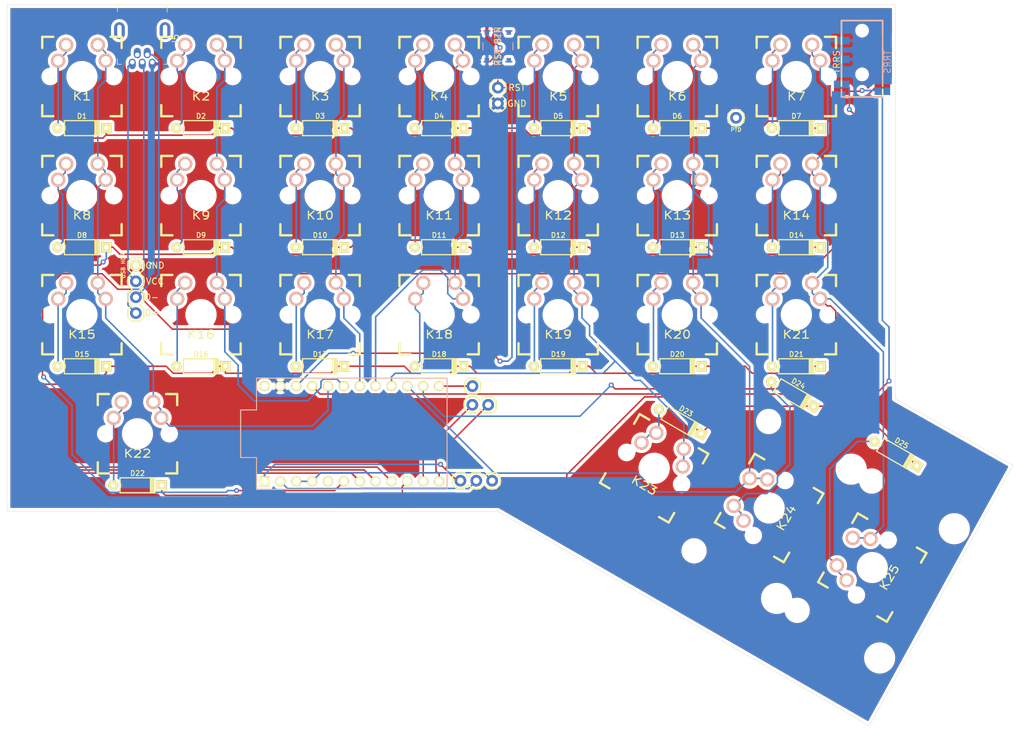
<source format=kicad_pcb>
(kicad_pcb (version 20171130) (host pcbnew 5.1.2)
  (layers (0 F.Cu signal) (31 B.Cu signal) (34 B.Paste user) (35 F.Paste user) (36 B.SilkS user) (37 F.SilkS user) (38 B.Mask user) (39 F.Mask user) (44 Edge.Cuts user))
  (net 0 "")
  (net 1 "Net-(D1-Pad2)")
  (net 2 /row0)
  (net 3 "Net-(D2-Pad2)")
  (net 4 "Net-(D3-Pad2)")
  (net 5 "Net-(D4-Pad2)")
  (net 6 "Net-(D5-Pad2)")
  (net 7 "Net-(D6-Pad2)")
  (net 8 "Net-(D7-Pad2)")
  (net 9 /row1)
  (net 10 "Net-(D8-Pad2)")
  (net 11 "Net-(D9-Pad2)")
  (net 12 "Net-(D10-Pad2)")
  (net 13 "Net-(D11-Pad2)")
  (net 14 "Net-(D12-Pad2)")
  (net 15 "Net-(D13-Pad2)")
  (net 16 "Net-(D14-Pad2)")
  (net 17 /row2)
  (net 18 "Net-(D15-Pad2)")
  (net 19 "Net-(D16-Pad2)")
  (net 20 "Net-(D17-Pad2)")
  (net 21 "Net-(D18-Pad2)")
  (net 22 "Net-(D19-Pad2)")
  (net 23 "Net-(D20-Pad2)")
  (net 24 "Net-(D21-Pad2)")
  (net 25 "Net-(D22-Pad2)")
  (net 26 /row3)
  (net 27 "Net-(D23-Pad2)")
  (net 28 "Net-(D24-Pad2)")
  (net 29 "Net-(D25-Pad2)")
  (net 30 GND)
  (net 31 "Net-(J1-Pad2)")
  (net 32 "Net-(J2-Pad1)")
  (net 33 VCC)
  (net 34 /serial0)
  (net 35 "Net-(J4-Pad1)")
  (net 36 "Net-(J4-Pad2)")
  (net 37 "Net-(J4-Pad3)")
  (net 38 "Net-(J7-Pad2)")
  (net 39 "Net-(J7-Pad1)")
  (net 40 "Net-(J8-Pad1)")
  (net 41 /col0)
  (net 42 /col1)
  (net 43 /col2)
  (net 44 /col3)
  (net 45 /col4)
  (net 46 /col5)
  (net 47 /col6)
  (net 48 "Net-(U1-Pad5)")
  (net 49 "Net-(U1-Pad24)")
  (net 50 "Net-(J5-Pad3)")
  (net 51 "Net-(J5-Pad1)")
  (net 52 "Net-(J5-Pad4)")
  (net 53 "Net-(J5-Pad2)")
  (net 54 "Net-(J5-PadSH)")
  (module Connectors:AUDIO_JACK_3.5MM_TRRS_SMD_RA (layer B.Cu) (at 155.702 23.622 270)
    (fp_text reference J3 hide)
    (fp_text value TRRS (at 6.604 -4.064 90) (layer B.SilkS) (effects (font (thickness 0.127)) (justify mirror)))
    (pad "" np_thru_hole circle (at 8.5979 0 270) (size 1.19888 1.19888) (drill 1.19888) (layers *.Cu *.Mask))
    (pad "" np_thru_hole circle (at 1.59766 0 270) (size 1.19888 1.19888) (drill 1.19888) (layers *.Cu *.Mask))
    (pad TIP smd rect (at 10.1981 3.24866 270) (size 1.19888 2.49936) (layers B.Cu B.Paste B.Mask) (net 34 /serial0))
    (pad RING smd rect (at 3.19786 3.24866 90) (size 1.19888 2.49936) (layers B.Cu B.Paste B.Mask) (net 30 GND))
    (pad RING smd rect (at 6.1976 3.24866 270) (size 1.19888 2.49936) (layers B.Cu B.Paste B.Mask) (net 30 GND))
    (pad EART smd rect (at 11.29792 -3.24866 270) (size 1.19888 2.49936) (layers B.Cu B.Paste B.Mask) (net 33 VCC))
  )
  (module digikey-footprints:Switch_Tactile_SMD_4.5x4.5mm_TL3315NF160Q (layer B.Cu) (at 97.4344 27.7368 270)
    (fp_text reference "RST BTN" (at 0 0 270) (layer B.SilkS) (effects (justify mirror)))
    (fp_text value "RESET BTN")
    (pad 4 smd rect (at 2.125 -1.75 270) (size 0.5 0.7) (layers B.Cu B.Paste B.Mask))
    (pad 3 smd rect (at -2.125 -1.75 270) (size 0.5 0.7) (layers B.Cu B.Paste B.Mask))
    (pad 2 smd rect (at 2.125 1.75 270) (size 0.5 0.7) (layers B.Cu B.Paste B.Mask) (net 30 GND))
    (pad 1 smd rect (at -2.125 1.75 270) (size 0.5 0.7) (layers B.Cu B.Paste B.Mask) (net 31 "Net-(J1-Pad2)"))
    (pad 2 smd rect (at 2.475 1.75 270) (size 0.2 1.1) (layers B.Cu B.Paste B.Mask) (net 30 GND))
    (pad 3 smd rect (at -2.475 -1.75 270) (size 0.2 1.1) (layers B.Cu B.Paste B.Mask))
    (pad 4 smd rect (at 2.475 -1.75 270) (size 0.2 1.1) (layers B.Cu B.Paste B.Mask))
    (pad 1 smd rect (at -2.475 1.75 270) (size 0.2 1.1) (layers B.Cu B.Paste B.Mask) (net 31 "Net-(J1-Pad2)"))
  )
  (module Keebio-Parts:MX_PCB_200V_DUAL_HOLES (layer F.Cu) (at 140.842824 101.597397 330)
    (fp_text reference K24 (at 3.175 0 60) (layer F.SilkS) (effects (font (size 1.27 1.524) (thickness 0.2032))))
    (fp_text value KEYSW hide)
    (pad 1 thru_hole circle (at -2.54 -3.81 60) (size 2.286 2.286) (drill 1.4986) (layers *.Cu *.SilkS *.Mask) (net 46 /col5))
    (pad 2 thru_hole circle (at -5.08 2.54 60) (size 2.286 2.286) (drill 1.4986) (layers *.Cu *.SilkS *.Mask) (net 28 "Net-(D24-Pad2)"))
    (pad 2 thru_hole circle (at -5.08 2.54 60) (size 2.286 2.286) (drill 1.4986) (layers *.Cu *.SilkS *.Mask) (net 28 "Net-(D24-Pad2)"))
    (pad 2 thru_hole circle (at -2.54 3.81 60) (size 2.286 2.286) (drill 1.4986) (layers *.Cu *.SilkS *.Mask) (net 28 "Net-(D24-Pad2)"))
    (pad 1 thru_hole circle (at -5.08 -2.54 60) (size 2.286 2.286) (drill 1.4986) (layers *.Cu *.SilkS *.Mask) (net 46 /col5))
    (pad "" np_thru_hole circle (at 8.255 -11.938 60) (size 3.9878 3.9878) (drill 3.9878) (layers *.Cu *.Mask))
    (pad "" np_thru_hole circle (at 8.255 11.938 60) (size 3.9878 3.9878) (drill 3.9878) (layers *.Cu *.Mask))
    (pad "" np_thru_hole circle (at -6.985 -11.938 60) (size 3.048 3.048) (drill 3.048) (layers *.Cu *.Mask))
    (pad "" np_thru_hole circle (at -6.985 11.938 60) (size 3.048 3.048) (drill 3.048) (layers *.Cu *.Mask))
    (pad "" np_thru_hole circle (at 0 -5.08 60) (size 1.8 1.8) (drill 1.8) (layers *.Cu *.Mask))
    (pad "" np_thru_hole circle (at 0 5.08 60) (size 1.8 1.8) (drill 1.8) (layers *.Cu *.Mask))
    (pad "" np_thru_hole circle (at 0 0 60) (size 3.9878 3.9878) (drill 3.9878) (layers *.Cu *.Mask))
    (pad 2 thru_hole circle (at -2.54 3.81 60) (size 2.286 2.286) (drill 1.4986) (layers *.Cu *.SilkS *.Mask) (net 28 "Net-(D24-Pad2)"))
    (pad 1 thru_hole circle (at -5.08 -2.54 60) (size 2.286 2.286) (drill 1.4986) (layers *.Cu *.SilkS *.Mask) (net 46 /col5))
  )
  (module Keebio-Parts:MX_PCB_200V_DUAL_HOLES (layer F.Cu) (at 157.340608 111.122397 330)
    (fp_text reference K25 (at 3.175 0 60) (layer F.SilkS) (effects (font (size 1.27 1.524) (thickness 0.2032))))
    (fp_text value KEYSW hide)
    (pad 1 thru_hole circle (at -2.54 -3.81 60) (size 2.286 2.286) (drill 1.4986) (layers *.Cu *.SilkS *.Mask) (net 47 /col6))
    (pad 2 thru_hole circle (at -5.08 2.54 60) (size 2.286 2.286) (drill 1.4986) (layers *.Cu *.SilkS *.Mask) (net 29 "Net-(D25-Pad2)"))
    (pad 2 thru_hole circle (at -5.08 2.54 60) (size 2.286 2.286) (drill 1.4986) (layers *.Cu *.SilkS *.Mask) (net 29 "Net-(D25-Pad2)"))
    (pad 2 thru_hole circle (at -2.54 3.81 60) (size 2.286 2.286) (drill 1.4986) (layers *.Cu *.SilkS *.Mask) (net 29 "Net-(D25-Pad2)"))
    (pad 1 thru_hole circle (at -5.08 -2.54 60) (size 2.286 2.286) (drill 1.4986) (layers *.Cu *.SilkS *.Mask) (net 47 /col6))
    (pad "" np_thru_hole circle (at 8.255 -11.938 60) (size 3.9878 3.9878) (drill 3.9878) (layers *.Cu *.Mask))
    (pad "" np_thru_hole circle (at 8.255 11.938 60) (size 3.9878 3.9878) (drill 3.9878) (layers *.Cu *.Mask))
    (pad "" np_thru_hole circle (at -6.985 -11.938 60) (size 3.048 3.048) (drill 3.048) (layers *.Cu *.Mask))
    (pad "" np_thru_hole circle (at -6.985 11.938 60) (size 3.048 3.048) (drill 3.048) (layers *.Cu *.Mask))
    (pad "" np_thru_hole circle (at 0 -5.08 60) (size 1.8 1.8) (drill 1.8) (layers *.Cu *.Mask))
    (pad "" np_thru_hole circle (at 0 5.08 60) (size 1.8 1.8) (drill 1.8) (layers *.Cu *.Mask))
    (pad "" np_thru_hole circle (at 0 0 60) (size 3.9878 3.9878) (drill 3.9878) (layers *.Cu *.Mask))
    (pad 2 thru_hole circle (at -2.54 3.81 60) (size 2.286 2.286) (drill 1.4986) (layers *.Cu *.SilkS *.Mask) (net 29 "Net-(D25-Pad2)"))
    (pad 1 thru_hole circle (at -5.08 -2.54 60) (size 2.286 2.286) (drill 1.4986) (layers *.Cu *.SilkS *.Mask) (net 47 /col6))
  )
  (module Keebio-Parts:MX_PCB_100H_DUAL_HOLE (layer F.Cu) (at 30.8864 32.5628)
    (fp_text reference K1 (at 0 3.175) (layer F.SilkS) (effects (font (size 1.27 1.524) (thickness 0.2032))))
    (fp_text value KEYSW hide)
    (pad 1 thru_hole circle (at 3.81 -2.54 180) (size 2.286 2.286) (drill 1.4986) (layers *.Cu *.SilkS *.Mask) (net 41 /col0))
    (pad 2 thru_hole circle (at -2.54 -5.08 180) (size 2.286 2.286) (drill 1.4986) (layers *.Cu *.SilkS *.Mask) (net 1 "Net-(D1-Pad2)"))
    (pad "" np_thru_hole circle (at 5.08 0) (size 1.8 1.8) (drill 1.8) (layers *.Cu *.Mask))
    (pad "" np_thru_hole circle (at -5.08 0) (size 1.8 1.8) (drill 1.8) (layers *.Cu *.Mask))
    (pad "" np_thru_hole circle (at 0 0) (size 3.9878 3.9878) (drill 3.9878) (layers *.Cu *.Mask))
    (pad 2 thru_hole circle (at -3.81 -2.54) (size 2.286 2.286) (drill 1.4986) (layers *.Cu *.SilkS *.Mask) (net 1 "Net-(D1-Pad2)"))
    (pad 1 thru_hole circle (at 2.54 -5.08) (size 2.286 2.286) (drill 1.4986) (layers *.Cu *.SilkS *.Mask) (net 41 /col0))
  )
  (module Keebio-Parts:MX_PCB_100H_DUAL_HOLE (layer F.Cu) (at 49.9364 32.5628)
    (fp_text reference K2 (at 0 3.175) (layer F.SilkS) (effects (font (size 1.27 1.524) (thickness 0.2032))))
    (fp_text value KEYSW hide)
    (pad 1 thru_hole circle (at 3.81 -2.54 180) (size 2.286 2.286) (drill 1.4986) (layers *.Cu *.SilkS *.Mask) (net 42 /col1))
    (pad 2 thru_hole circle (at -2.54 -5.08 180) (size 2.286 2.286) (drill 1.4986) (layers *.Cu *.SilkS *.Mask) (net 3 "Net-(D2-Pad2)"))
    (pad "" np_thru_hole circle (at 5.08 0) (size 1.8 1.8) (drill 1.8) (layers *.Cu *.Mask))
    (pad "" np_thru_hole circle (at -5.08 0) (size 1.8 1.8) (drill 1.8) (layers *.Cu *.Mask))
    (pad "" np_thru_hole circle (at 0 0) (size 3.9878 3.9878) (drill 3.9878) (layers *.Cu *.Mask))
    (pad 2 thru_hole circle (at -3.81 -2.54) (size 2.286 2.286) (drill 1.4986) (layers *.Cu *.SilkS *.Mask) (net 3 "Net-(D2-Pad2)"))
    (pad 1 thru_hole circle (at 2.54 -5.08) (size 2.286 2.286) (drill 1.4986) (layers *.Cu *.SilkS *.Mask) (net 42 /col1))
  )
  (module Keebio-Parts:MX_PCB_100H_DUAL_HOLE (layer F.Cu) (at 68.9864 32.5628)
    (fp_text reference K3 (at 0 3.175) (layer F.SilkS) (effects (font (size 1.27 1.524) (thickness 0.2032))))
    (fp_text value KEYSW hide)
    (pad 1 thru_hole circle (at 3.81 -2.54 180) (size 2.286 2.286) (drill 1.4986) (layers *.Cu *.SilkS *.Mask) (net 43 /col2))
    (pad 2 thru_hole circle (at -2.54 -5.08 180) (size 2.286 2.286) (drill 1.4986) (layers *.Cu *.SilkS *.Mask) (net 4 "Net-(D3-Pad2)"))
    (pad "" np_thru_hole circle (at 5.08 0) (size 1.8 1.8) (drill 1.8) (layers *.Cu *.Mask))
    (pad "" np_thru_hole circle (at -5.08 0) (size 1.8 1.8) (drill 1.8) (layers *.Cu *.Mask))
    (pad "" np_thru_hole circle (at 0 0) (size 3.9878 3.9878) (drill 3.9878) (layers *.Cu *.Mask))
    (pad 2 thru_hole circle (at -3.81 -2.54) (size 2.286 2.286) (drill 1.4986) (layers *.Cu *.SilkS *.Mask) (net 4 "Net-(D3-Pad2)"))
    (pad 1 thru_hole circle (at 2.54 -5.08) (size 2.286 2.286) (drill 1.4986) (layers *.Cu *.SilkS *.Mask) (net 43 /col2))
  )
  (module Keebio-Parts:MX_PCB_100H_DUAL_HOLE (layer F.Cu) (at 88.0364 32.5628)
    (fp_text reference K4 (at 0 3.175) (layer F.SilkS) (effects (font (size 1.27 1.524) (thickness 0.2032))))
    (fp_text value KEYSW hide)
    (pad 1 thru_hole circle (at 3.81 -2.54 180) (size 2.286 2.286) (drill 1.4986) (layers *.Cu *.SilkS *.Mask) (net 44 /col3))
    (pad 2 thru_hole circle (at -2.54 -5.08 180) (size 2.286 2.286) (drill 1.4986) (layers *.Cu *.SilkS *.Mask) (net 5 "Net-(D4-Pad2)"))
    (pad "" np_thru_hole circle (at 5.08 0) (size 1.8 1.8) (drill 1.8) (layers *.Cu *.Mask))
    (pad "" np_thru_hole circle (at -5.08 0) (size 1.8 1.8) (drill 1.8) (layers *.Cu *.Mask))
    (pad "" np_thru_hole circle (at 0 0) (size 3.9878 3.9878) (drill 3.9878) (layers *.Cu *.Mask))
    (pad 2 thru_hole circle (at -3.81 -2.54) (size 2.286 2.286) (drill 1.4986) (layers *.Cu *.SilkS *.Mask) (net 5 "Net-(D4-Pad2)"))
    (pad 1 thru_hole circle (at 2.54 -5.08) (size 2.286 2.286) (drill 1.4986) (layers *.Cu *.SilkS *.Mask) (net 44 /col3))
  )
  (module Keebio-Parts:MX_PCB_100H_DUAL_HOLE (layer F.Cu) (at 107.0864 32.5628)
    (fp_text reference K5 (at 0 3.175) (layer F.SilkS) (effects (font (size 1.27 1.524) (thickness 0.2032))))
    (fp_text value KEYSW hide)
    (pad 1 thru_hole circle (at 3.81 -2.54 180) (size 2.286 2.286) (drill 1.4986) (layers *.Cu *.SilkS *.Mask) (net 45 /col4))
    (pad 2 thru_hole circle (at -2.54 -5.08 180) (size 2.286 2.286) (drill 1.4986) (layers *.Cu *.SilkS *.Mask) (net 6 "Net-(D5-Pad2)"))
    (pad "" np_thru_hole circle (at 5.08 0) (size 1.8 1.8) (drill 1.8) (layers *.Cu *.Mask))
    (pad "" np_thru_hole circle (at -5.08 0) (size 1.8 1.8) (drill 1.8) (layers *.Cu *.Mask))
    (pad "" np_thru_hole circle (at 0 0) (size 3.9878 3.9878) (drill 3.9878) (layers *.Cu *.Mask))
    (pad 2 thru_hole circle (at -3.81 -2.54) (size 2.286 2.286) (drill 1.4986) (layers *.Cu *.SilkS *.Mask) (net 6 "Net-(D5-Pad2)"))
    (pad 1 thru_hole circle (at 2.54 -5.08) (size 2.286 2.286) (drill 1.4986) (layers *.Cu *.SilkS *.Mask) (net 45 /col4))
  )
  (module Keebio-Parts:MX_PCB_100H_DUAL_HOLE (layer F.Cu) (at 126.1364 32.5628)
    (fp_text reference K6 (at 0 3.175) (layer F.SilkS) (effects (font (size 1.27 1.524) (thickness 0.2032))))
    (fp_text value KEYSW hide)
    (pad 1 thru_hole circle (at 3.81 -2.54 180) (size 2.286 2.286) (drill 1.4986) (layers *.Cu *.SilkS *.Mask) (net 46 /col5))
    (pad 2 thru_hole circle (at -2.54 -5.08 180) (size 2.286 2.286) (drill 1.4986) (layers *.Cu *.SilkS *.Mask) (net 7 "Net-(D6-Pad2)"))
    (pad "" np_thru_hole circle (at 5.08 0) (size 1.8 1.8) (drill 1.8) (layers *.Cu *.Mask))
    (pad "" np_thru_hole circle (at -5.08 0) (size 1.8 1.8) (drill 1.8) (layers *.Cu *.Mask))
    (pad "" np_thru_hole circle (at 0 0) (size 3.9878 3.9878) (drill 3.9878) (layers *.Cu *.Mask))
    (pad 2 thru_hole circle (at -3.81 -2.54) (size 2.286 2.286) (drill 1.4986) (layers *.Cu *.SilkS *.Mask) (net 7 "Net-(D6-Pad2)"))
    (pad 1 thru_hole circle (at 2.54 -5.08) (size 2.286 2.286) (drill 1.4986) (layers *.Cu *.SilkS *.Mask) (net 46 /col5))
  )
  (module Keebio-Parts:MX_PCB_100H_DUAL_HOLE (layer F.Cu) (at 145.1864 32.5628)
    (fp_text reference K7 (at 0 3.175) (layer F.SilkS) (effects (font (size 1.27 1.524) (thickness 0.2032))))
    (fp_text value KEYSW hide)
    (pad 1 thru_hole circle (at 3.81 -2.54 180) (size 2.286 2.286) (drill 1.4986) (layers *.Cu *.SilkS *.Mask) (net 47 /col6))
    (pad 2 thru_hole circle (at -2.54 -5.08 180) (size 2.286 2.286) (drill 1.4986) (layers *.Cu *.SilkS *.Mask) (net 8 "Net-(D7-Pad2)"))
    (pad "" np_thru_hole circle (at 5.08 0) (size 1.8 1.8) (drill 1.8) (layers *.Cu *.Mask))
    (pad "" np_thru_hole circle (at -5.08 0) (size 1.8 1.8) (drill 1.8) (layers *.Cu *.Mask))
    (pad "" np_thru_hole circle (at 0 0) (size 3.9878 3.9878) (drill 3.9878) (layers *.Cu *.Mask))
    (pad 2 thru_hole circle (at -3.81 -2.54) (size 2.286 2.286) (drill 1.4986) (layers *.Cu *.SilkS *.Mask) (net 8 "Net-(D7-Pad2)"))
    (pad 1 thru_hole circle (at 2.54 -5.08) (size 2.286 2.286) (drill 1.4986) (layers *.Cu *.SilkS *.Mask) (net 47 /col6))
  )
  (module Keebio-Parts:MX_PCB_100H_DUAL_HOLE (layer F.Cu) (at 30.8864 51.6128)
    (fp_text reference K8 (at 0 3.175) (layer F.SilkS) (effects (font (size 1.27 1.524) (thickness 0.2032))))
    (fp_text value KEYSW hide)
    (pad 1 thru_hole circle (at 3.81 -2.54 180) (size 2.286 2.286) (drill 1.4986) (layers *.Cu *.SilkS *.Mask) (net 41 /col0))
    (pad 2 thru_hole circle (at -2.54 -5.08 180) (size 2.286 2.286) (drill 1.4986) (layers *.Cu *.SilkS *.Mask) (net 10 "Net-(D8-Pad2)"))
    (pad "" np_thru_hole circle (at 5.08 0) (size 1.8 1.8) (drill 1.8) (layers *.Cu *.Mask))
    (pad "" np_thru_hole circle (at -5.08 0) (size 1.8 1.8) (drill 1.8) (layers *.Cu *.Mask))
    (pad "" np_thru_hole circle (at 0 0) (size 3.9878 3.9878) (drill 3.9878) (layers *.Cu *.Mask))
    (pad 2 thru_hole circle (at -3.81 -2.54) (size 2.286 2.286) (drill 1.4986) (layers *.Cu *.SilkS *.Mask) (net 10 "Net-(D8-Pad2)"))
    (pad 1 thru_hole circle (at 2.54 -5.08) (size 2.286 2.286) (drill 1.4986) (layers *.Cu *.SilkS *.Mask) (net 41 /col0))
  )
  (module Keebio-Parts:MX_PCB_100H_DUAL_HOLE (layer F.Cu) (at 49.9364 51.6128)
    (fp_text reference K9 (at 0 3.175) (layer F.SilkS) (effects (font (size 1.27 1.524) (thickness 0.2032))))
    (fp_text value KEYSW hide)
    (pad 1 thru_hole circle (at 3.81 -2.54 180) (size 2.286 2.286) (drill 1.4986) (layers *.Cu *.SilkS *.Mask) (net 42 /col1))
    (pad 2 thru_hole circle (at -2.54 -5.08 180) (size 2.286 2.286) (drill 1.4986) (layers *.Cu *.SilkS *.Mask) (net 11 "Net-(D9-Pad2)"))
    (pad "" np_thru_hole circle (at 5.08 0) (size 1.8 1.8) (drill 1.8) (layers *.Cu *.Mask))
    (pad "" np_thru_hole circle (at -5.08 0) (size 1.8 1.8) (drill 1.8) (layers *.Cu *.Mask))
    (pad "" np_thru_hole circle (at 0 0) (size 3.9878 3.9878) (drill 3.9878) (layers *.Cu *.Mask))
    (pad 2 thru_hole circle (at -3.81 -2.54) (size 2.286 2.286) (drill 1.4986) (layers *.Cu *.SilkS *.Mask) (net 11 "Net-(D9-Pad2)"))
    (pad 1 thru_hole circle (at 2.54 -5.08) (size 2.286 2.286) (drill 1.4986) (layers *.Cu *.SilkS *.Mask) (net 42 /col1))
  )
  (module Keebio-Parts:MX_PCB_100H_DUAL_HOLE (layer F.Cu) (at 68.9864 51.6128)
    (fp_text reference K10 (at 0 3.175) (layer F.SilkS) (effects (font (size 1.27 1.524) (thickness 0.2032))))
    (fp_text value KEYSW hide)
    (pad 1 thru_hole circle (at 3.81 -2.54 180) (size 2.286 2.286) (drill 1.4986) (layers *.Cu *.SilkS *.Mask) (net 43 /col2))
    (pad 2 thru_hole circle (at -2.54 -5.08 180) (size 2.286 2.286) (drill 1.4986) (layers *.Cu *.SilkS *.Mask) (net 12 "Net-(D10-Pad2)"))
    (pad "" np_thru_hole circle (at 5.08 0) (size 1.8 1.8) (drill 1.8) (layers *.Cu *.Mask))
    (pad "" np_thru_hole circle (at -5.08 0) (size 1.8 1.8) (drill 1.8) (layers *.Cu *.Mask))
    (pad "" np_thru_hole circle (at 0 0) (size 3.9878 3.9878) (drill 3.9878) (layers *.Cu *.Mask))
    (pad 2 thru_hole circle (at -3.81 -2.54) (size 2.286 2.286) (drill 1.4986) (layers *.Cu *.SilkS *.Mask) (net 12 "Net-(D10-Pad2)"))
    (pad 1 thru_hole circle (at 2.54 -5.08) (size 2.286 2.286) (drill 1.4986) (layers *.Cu *.SilkS *.Mask) (net 43 /col2))
  )
  (module Keebio-Parts:MX_PCB_100H_DUAL_HOLE (layer F.Cu) (at 88.0364 51.6128)
    (fp_text reference K11 (at 0 3.175) (layer F.SilkS) (effects (font (size 1.27 1.524) (thickness 0.2032))))
    (fp_text value KEYSW hide)
    (pad 1 thru_hole circle (at 3.81 -2.54 180) (size 2.286 2.286) (drill 1.4986) (layers *.Cu *.SilkS *.Mask) (net 44 /col3))
    (pad 2 thru_hole circle (at -2.54 -5.08 180) (size 2.286 2.286) (drill 1.4986) (layers *.Cu *.SilkS *.Mask) (net 13 "Net-(D11-Pad2)"))
    (pad "" np_thru_hole circle (at 5.08 0) (size 1.8 1.8) (drill 1.8) (layers *.Cu *.Mask))
    (pad "" np_thru_hole circle (at -5.08 0) (size 1.8 1.8) (drill 1.8) (layers *.Cu *.Mask))
    (pad "" np_thru_hole circle (at 0 0) (size 3.9878 3.9878) (drill 3.9878) (layers *.Cu *.Mask))
    (pad 2 thru_hole circle (at -3.81 -2.54) (size 2.286 2.286) (drill 1.4986) (layers *.Cu *.SilkS *.Mask) (net 13 "Net-(D11-Pad2)"))
    (pad 1 thru_hole circle (at 2.54 -5.08) (size 2.286 2.286) (drill 1.4986) (layers *.Cu *.SilkS *.Mask) (net 44 /col3))
  )
  (module Keebio-Parts:MX_PCB_100H_DUAL_HOLE (layer F.Cu) (at 107.0864 51.6128)
    (fp_text reference K12 (at 0 3.175) (layer F.SilkS) (effects (font (size 1.27 1.524) (thickness 0.2032))))
    (fp_text value KEYSW hide)
    (pad 1 thru_hole circle (at 3.81 -2.54 180) (size 2.286 2.286) (drill 1.4986) (layers *.Cu *.SilkS *.Mask) (net 45 /col4))
    (pad 2 thru_hole circle (at -2.54 -5.08 180) (size 2.286 2.286) (drill 1.4986) (layers *.Cu *.SilkS *.Mask) (net 14 "Net-(D12-Pad2)"))
    (pad "" np_thru_hole circle (at 5.08 0) (size 1.8 1.8) (drill 1.8) (layers *.Cu *.Mask))
    (pad "" np_thru_hole circle (at -5.08 0) (size 1.8 1.8) (drill 1.8) (layers *.Cu *.Mask))
    (pad "" np_thru_hole circle (at 0 0) (size 3.9878 3.9878) (drill 3.9878) (layers *.Cu *.Mask))
    (pad 2 thru_hole circle (at -3.81 -2.54) (size 2.286 2.286) (drill 1.4986) (layers *.Cu *.SilkS *.Mask) (net 14 "Net-(D12-Pad2)"))
    (pad 1 thru_hole circle (at 2.54 -5.08) (size 2.286 2.286) (drill 1.4986) (layers *.Cu *.SilkS *.Mask) (net 45 /col4))
  )
  (module Keebio-Parts:MX_PCB_100H_DUAL_HOLE (layer F.Cu) (at 126.1364 51.6128)
    (fp_text reference K13 (at 0 3.175) (layer F.SilkS) (effects (font (size 1.27 1.524) (thickness 0.2032))))
    (fp_text value KEYSW hide)
    (pad 1 thru_hole circle (at 3.81 -2.54 180) (size 2.286 2.286) (drill 1.4986) (layers *.Cu *.SilkS *.Mask) (net 46 /col5))
    (pad 2 thru_hole circle (at -2.54 -5.08 180) (size 2.286 2.286) (drill 1.4986) (layers *.Cu *.SilkS *.Mask) (net 15 "Net-(D13-Pad2)"))
    (pad "" np_thru_hole circle (at 5.08 0) (size 1.8 1.8) (drill 1.8) (layers *.Cu *.Mask))
    (pad "" np_thru_hole circle (at -5.08 0) (size 1.8 1.8) (drill 1.8) (layers *.Cu *.Mask))
    (pad "" np_thru_hole circle (at 0 0) (size 3.9878 3.9878) (drill 3.9878) (layers *.Cu *.Mask))
    (pad 2 thru_hole circle (at -3.81 -2.54) (size 2.286 2.286) (drill 1.4986) (layers *.Cu *.SilkS *.Mask) (net 15 "Net-(D13-Pad2)"))
    (pad 1 thru_hole circle (at 2.54 -5.08) (size 2.286 2.286) (drill 1.4986) (layers *.Cu *.SilkS *.Mask) (net 46 /col5))
  )
  (module Keebio-Parts:MX_PCB_100H_DUAL_HOLE (layer F.Cu) (at 145.1864 51.6128)
    (fp_text reference K14 (at 0 3.175) (layer F.SilkS) (effects (font (size 1.27 1.524) (thickness 0.2032))))
    (fp_text value KEYSW hide)
    (pad 1 thru_hole circle (at 3.81 -2.54 180) (size 2.286 2.286) (drill 1.4986) (layers *.Cu *.SilkS *.Mask) (net 47 /col6))
    (pad 2 thru_hole circle (at -2.54 -5.08 180) (size 2.286 2.286) (drill 1.4986) (layers *.Cu *.SilkS *.Mask) (net 16 "Net-(D14-Pad2)"))
    (pad "" np_thru_hole circle (at 5.08 0) (size 1.8 1.8) (drill 1.8) (layers *.Cu *.Mask))
    (pad "" np_thru_hole circle (at -5.08 0) (size 1.8 1.8) (drill 1.8) (layers *.Cu *.Mask))
    (pad "" np_thru_hole circle (at 0 0) (size 3.9878 3.9878) (drill 3.9878) (layers *.Cu *.Mask))
    (pad 2 thru_hole circle (at -3.81 -2.54) (size 2.286 2.286) (drill 1.4986) (layers *.Cu *.SilkS *.Mask) (net 16 "Net-(D14-Pad2)"))
    (pad 1 thru_hole circle (at 2.54 -5.08) (size 2.286 2.286) (drill 1.4986) (layers *.Cu *.SilkS *.Mask) (net 47 /col6))
  )
  (module Keebio-Parts:MX_PCB_100H_DUAL_HOLE (layer F.Cu) (at 30.8864 70.6628)
    (fp_text reference K15 (at 0 3.175) (layer F.SilkS) (effects (font (size 1.27 1.524) (thickness 0.2032))))
    (fp_text value KEYSW hide)
    (pad 1 thru_hole circle (at 3.81 -2.54 180) (size 2.286 2.286) (drill 1.4986) (layers *.Cu *.SilkS *.Mask) (net 41 /col0))
    (pad 2 thru_hole circle (at -2.54 -5.08 180) (size 2.286 2.286) (drill 1.4986) (layers *.Cu *.SilkS *.Mask) (net 18 "Net-(D15-Pad2)"))
    (pad "" np_thru_hole circle (at 5.08 0) (size 1.8 1.8) (drill 1.8) (layers *.Cu *.Mask))
    (pad "" np_thru_hole circle (at -5.08 0) (size 1.8 1.8) (drill 1.8) (layers *.Cu *.Mask))
    (pad "" np_thru_hole circle (at 0 0) (size 3.9878 3.9878) (drill 3.9878) (layers *.Cu *.Mask))
    (pad 2 thru_hole circle (at -3.81 -2.54) (size 2.286 2.286) (drill 1.4986) (layers *.Cu *.SilkS *.Mask) (net 18 "Net-(D15-Pad2)"))
    (pad 1 thru_hole circle (at 2.54 -5.08) (size 2.286 2.286) (drill 1.4986) (layers *.Cu *.SilkS *.Mask) (net 41 /col0))
  )
  (module Keebio-Parts:MX_PCB_100H_DUAL_HOLE (layer F.Cu) (at 49.9364 70.6628)
    (fp_text reference K16 (at 0 3.175) (layer F.SilkS) (effects (font (size 1.27 1.524) (thickness 0.2032))))
    (fp_text value KEYSW hide)
    (pad 1 thru_hole circle (at 3.81 -2.54 180) (size 2.286 2.286) (drill 1.4986) (layers *.Cu *.SilkS *.Mask) (net 42 /col1))
    (pad 2 thru_hole circle (at -2.54 -5.08 180) (size 2.286 2.286) (drill 1.4986) (layers *.Cu *.SilkS *.Mask) (net 19 "Net-(D16-Pad2)"))
    (pad "" np_thru_hole circle (at 5.08 0) (size 1.8 1.8) (drill 1.8) (layers *.Cu *.Mask))
    (pad "" np_thru_hole circle (at -5.08 0) (size 1.8 1.8) (drill 1.8) (layers *.Cu *.Mask))
    (pad "" np_thru_hole circle (at 0 0) (size 3.9878 3.9878) (drill 3.9878) (layers *.Cu *.Mask))
    (pad 2 thru_hole circle (at -3.81 -2.54) (size 2.286 2.286) (drill 1.4986) (layers *.Cu *.SilkS *.Mask) (net 19 "Net-(D16-Pad2)"))
    (pad 1 thru_hole circle (at 2.54 -5.08) (size 2.286 2.286) (drill 1.4986) (layers *.Cu *.SilkS *.Mask) (net 42 /col1))
  )
  (module Keebio-Parts:MX_PCB_100H_DUAL_HOLE (layer F.Cu) (at 68.9864 70.6628)
    (fp_text reference K17 (at 0 3.175) (layer F.SilkS) (effects (font (size 1.27 1.524) (thickness 0.2032))))
    (fp_text value KEYSW hide)
    (pad 1 thru_hole circle (at 3.81 -2.54 180) (size 2.286 2.286) (drill 1.4986) (layers *.Cu *.SilkS *.Mask) (net 43 /col2))
    (pad 2 thru_hole circle (at -2.54 -5.08 180) (size 2.286 2.286) (drill 1.4986) (layers *.Cu *.SilkS *.Mask) (net 20 "Net-(D17-Pad2)"))
    (pad "" np_thru_hole circle (at 5.08 0) (size 1.8 1.8) (drill 1.8) (layers *.Cu *.Mask))
    (pad "" np_thru_hole circle (at -5.08 0) (size 1.8 1.8) (drill 1.8) (layers *.Cu *.Mask))
    (pad "" np_thru_hole circle (at 0 0) (size 3.9878 3.9878) (drill 3.9878) (layers *.Cu *.Mask))
    (pad 2 thru_hole circle (at -3.81 -2.54) (size 2.286 2.286) (drill 1.4986) (layers *.Cu *.SilkS *.Mask) (net 20 "Net-(D17-Pad2)"))
    (pad 1 thru_hole circle (at 2.54 -5.08) (size 2.286 2.286) (drill 1.4986) (layers *.Cu *.SilkS *.Mask) (net 43 /col2))
  )
  (module Keebio-Parts:MX_PCB_100H_DUAL_HOLE (layer F.Cu) (at 88.0364 70.6628)
    (fp_text reference K18 (at 0 3.175) (layer F.SilkS) (effects (font (size 1.27 1.524) (thickness 0.2032))))
    (fp_text value KEYSW hide)
    (pad 1 thru_hole circle (at 3.81 -2.54 180) (size 2.286 2.286) (drill 1.4986) (layers *.Cu *.SilkS *.Mask) (net 44 /col3))
    (pad 2 thru_hole circle (at -2.54 -5.08 180) (size 2.286 2.286) (drill 1.4986) (layers *.Cu *.SilkS *.Mask) (net 21 "Net-(D18-Pad2)"))
    (pad "" np_thru_hole circle (at 5.08 0) (size 1.8 1.8) (drill 1.8) (layers *.Cu *.Mask))
    (pad "" np_thru_hole circle (at -5.08 0) (size 1.8 1.8) (drill 1.8) (layers *.Cu *.Mask))
    (pad "" np_thru_hole circle (at 0 0) (size 3.9878 3.9878) (drill 3.9878) (layers *.Cu *.Mask))
    (pad 2 thru_hole circle (at -3.81 -2.54) (size 2.286 2.286) (drill 1.4986) (layers *.Cu *.SilkS *.Mask) (net 21 "Net-(D18-Pad2)"))
    (pad 1 thru_hole circle (at 2.54 -5.08) (size 2.286 2.286) (drill 1.4986) (layers *.Cu *.SilkS *.Mask) (net 44 /col3))
  )
  (module Keebio-Parts:MX_PCB_100H_DUAL_HOLE (layer F.Cu) (at 107.0864 70.6628)
    (fp_text reference K19 (at 0 3.175) (layer F.SilkS) (effects (font (size 1.27 1.524) (thickness 0.2032))))
    (fp_text value KEYSW hide)
    (pad 1 thru_hole circle (at 3.81 -2.54 180) (size 2.286 2.286) (drill 1.4986) (layers *.Cu *.SilkS *.Mask) (net 45 /col4))
    (pad 2 thru_hole circle (at -2.54 -5.08 180) (size 2.286 2.286) (drill 1.4986) (layers *.Cu *.SilkS *.Mask) (net 22 "Net-(D19-Pad2)"))
    (pad "" np_thru_hole circle (at 5.08 0) (size 1.8 1.8) (drill 1.8) (layers *.Cu *.Mask))
    (pad "" np_thru_hole circle (at -5.08 0) (size 1.8 1.8) (drill 1.8) (layers *.Cu *.Mask))
    (pad "" np_thru_hole circle (at 0 0) (size 3.9878 3.9878) (drill 3.9878) (layers *.Cu *.Mask))
    (pad 2 thru_hole circle (at -3.81 -2.54) (size 2.286 2.286) (drill 1.4986) (layers *.Cu *.SilkS *.Mask) (net 22 "Net-(D19-Pad2)"))
    (pad 1 thru_hole circle (at 2.54 -5.08) (size 2.286 2.286) (drill 1.4986) (layers *.Cu *.SilkS *.Mask) (net 45 /col4))
  )
  (module Keebio-Parts:MX_PCB_100H_DUAL_HOLE (layer F.Cu) (at 126.1364 70.6628)
    (fp_text reference K20 (at 0 3.175) (layer F.SilkS) (effects (font (size 1.27 1.524) (thickness 0.2032))))
    (fp_text value KEYSW hide)
    (pad 1 thru_hole circle (at 3.81 -2.54 180) (size 2.286 2.286) (drill 1.4986) (layers *.Cu *.SilkS *.Mask) (net 46 /col5))
    (pad 2 thru_hole circle (at -2.54 -5.08 180) (size 2.286 2.286) (drill 1.4986) (layers *.Cu *.SilkS *.Mask) (net 23 "Net-(D20-Pad2)"))
    (pad "" np_thru_hole circle (at 5.08 0) (size 1.8 1.8) (drill 1.8) (layers *.Cu *.Mask))
    (pad "" np_thru_hole circle (at -5.08 0) (size 1.8 1.8) (drill 1.8) (layers *.Cu *.Mask))
    (pad "" np_thru_hole circle (at 0 0) (size 3.9878 3.9878) (drill 3.9878) (layers *.Cu *.Mask))
    (pad 2 thru_hole circle (at -3.81 -2.54) (size 2.286 2.286) (drill 1.4986) (layers *.Cu *.SilkS *.Mask) (net 23 "Net-(D20-Pad2)"))
    (pad 1 thru_hole circle (at 2.54 -5.08) (size 2.286 2.286) (drill 1.4986) (layers *.Cu *.SilkS *.Mask) (net 46 /col5))
  )
  (module Keebio-Parts:MX_PCB_100H_DUAL_HOLE (layer F.Cu) (at 145.1864 70.6628)
    (fp_text reference K21 (at 0 3.175) (layer F.SilkS) (effects (font (size 1.27 1.524) (thickness 0.2032))))
    (fp_text value KEYSW hide)
    (pad 1 thru_hole circle (at 3.81 -2.54 180) (size 2.286 2.286) (drill 1.4986) (layers *.Cu *.SilkS *.Mask) (net 47 /col6))
    (pad 2 thru_hole circle (at -2.54 -5.08 180) (size 2.286 2.286) (drill 1.4986) (layers *.Cu *.SilkS *.Mask) (net 24 "Net-(D21-Pad2)"))
    (pad "" np_thru_hole circle (at 5.08 0) (size 1.8 1.8) (drill 1.8) (layers *.Cu *.Mask))
    (pad "" np_thru_hole circle (at -5.08 0) (size 1.8 1.8) (drill 1.8) (layers *.Cu *.Mask))
    (pad "" np_thru_hole circle (at 0 0) (size 3.9878 3.9878) (drill 3.9878) (layers *.Cu *.Mask))
    (pad 2 thru_hole circle (at -3.81 -2.54) (size 2.286 2.286) (drill 1.4986) (layers *.Cu *.SilkS *.Mask) (net 24 "Net-(D21-Pad2)"))
    (pad 1 thru_hole circle (at 2.54 -5.08) (size 2.286 2.286) (drill 1.4986) (layers *.Cu *.SilkS *.Mask) (net 47 /col6))
  )
  (module Keebio-Parts:MX_PCB_100H_DUAL_HOLE (layer F.Cu) (at 39.7764 89.7128)
    (fp_text reference K22 (at 0 3.175) (layer F.SilkS) (effects (font (size 1.27 1.524) (thickness 0.2032))))
    (fp_text value KEYSW hide)
    (pad 1 thru_hole circle (at 3.81 -2.54 180) (size 2.286 2.286) (drill 1.4986) (layers *.Cu *.SilkS *.Mask) (net 41 /col0))
    (pad 2 thru_hole circle (at -2.54 -5.08 180) (size 2.286 2.286) (drill 1.4986) (layers *.Cu *.SilkS *.Mask) (net 25 "Net-(D22-Pad2)"))
    (pad "" np_thru_hole circle (at 5.08 0) (size 1.8 1.8) (drill 1.8) (layers *.Cu *.Mask))
    (pad "" np_thru_hole circle (at -5.08 0) (size 1.8 1.8) (drill 1.8) (layers *.Cu *.Mask))
    (pad "" np_thru_hole circle (at 0 0) (size 3.9878 3.9878) (drill 3.9878) (layers *.Cu *.Mask))
    (pad 2 thru_hole circle (at -3.81 -2.54) (size 2.286 2.286) (drill 1.4986) (layers *.Cu *.SilkS *.Mask) (net 25 "Net-(D22-Pad2)"))
    (pad 1 thru_hole circle (at 2.54 -5.08) (size 2.286 2.286) (drill 1.4986) (layers *.Cu *.SilkS *.Mask) (net 41 /col0))
  )
  (module Keebio-Parts:MX_PCB_100H_DUAL_HOLE (layer F.Cu) (at 122.44004 95.247397 330)
    (fp_text reference K23 (at 0 3.175 150) (layer F.SilkS) (effects (font (size 1.27 1.524) (thickness 0.2032))))
    (fp_text value KEYSW hide)
    (pad 1 thru_hole circle (at 3.81 -2.54 150) (size 2.286 2.286) (drill 1.4986) (layers *.Cu *.SilkS *.Mask) (net 45 /col4))
    (pad 2 thru_hole circle (at -2.54 -5.08 150) (size 2.286 2.286) (drill 1.4986) (layers *.Cu *.SilkS *.Mask) (net 27 "Net-(D23-Pad2)"))
    (pad "" np_thru_hole circle (at 5.08 0 330) (size 1.8 1.8) (drill 1.8) (layers *.Cu *.Mask))
    (pad "" np_thru_hole circle (at -5.08 0 330) (size 1.8 1.8) (drill 1.8) (layers *.Cu *.Mask))
    (pad "" np_thru_hole circle (at 0 0 330) (size 3.9878 3.9878) (drill 3.9878) (layers *.Cu *.Mask))
    (pad 2 thru_hole circle (at -3.81 -2.54 330) (size 2.286 2.286) (drill 1.4986) (layers *.Cu *.SilkS *.Mask) (net 27 "Net-(D23-Pad2)"))
    (pad 1 thru_hole circle (at 2.54 -5.08 330) (size 2.286 2.286) (drill 1.4986) (layers *.Cu *.SilkS *.Mask) (net 45 /col4))
  )
  (module keyboard_parts:D_axial (layer F.Cu) (at 30.8864 40.8178 180)
    (fp_text reference D1 (at 0 1.925) (layer F.SilkS) (effects (font (size 0.8 0.8))))
    (fp_text value D hide)
    (pad 2 thru_hole circle (at 3.9 0 180) (size 1.6 1.6) (drill 0.7) (layers *.Cu *.Mask F.SilkS) (net 1 "Net-(D1-Pad2)"))
    (pad 1 thru_hole rect (at -3.9 0 180) (size 1.6 1.6) (drill 0.7) (layers *.Cu *.Mask F.SilkS) (net 2 /row0))
  )
  (module keyboard_parts:D_axial (layer F.Cu) (at 49.9364 40.8178 180)
    (fp_text reference D2 (at 0 1.925) (layer F.SilkS) (effects (font (size 0.8 0.8))))
    (fp_text value D hide)
    (pad 1 thru_hole rect (at -3.9 0 180) (size 1.6 1.6) (drill 0.7) (layers *.Cu *.Mask F.SilkS) (net 2 /row0))
    (pad 2 thru_hole circle (at 3.9 0 180) (size 1.6 1.6) (drill 0.7) (layers *.Cu *.Mask F.SilkS) (net 3 "Net-(D2-Pad2)"))
  )
  (module keyboard_parts:D_axial (layer F.Cu) (at 68.9864 40.8178 180)
    (fp_text reference D3 (at 0 1.925) (layer F.SilkS) (effects (font (size 0.8 0.8))))
    (fp_text value D hide)
    (pad 2 thru_hole circle (at 3.9 0 180) (size 1.6 1.6) (drill 0.7) (layers *.Cu *.Mask F.SilkS) (net 4 "Net-(D3-Pad2)"))
    (pad 1 thru_hole rect (at -3.9 0 180) (size 1.6 1.6) (drill 0.7) (layers *.Cu *.Mask F.SilkS) (net 2 /row0))
  )
  (module keyboard_parts:D_axial (layer F.Cu) (at 88.0364 40.8178 180)
    (fp_text reference D4 (at 0 1.925) (layer F.SilkS) (effects (font (size 0.8 0.8))))
    (fp_text value D hide)
    (pad 1 thru_hole rect (at -3.9 0 180) (size 1.6 1.6) (drill 0.7) (layers *.Cu *.Mask F.SilkS) (net 2 /row0))
    (pad 2 thru_hole circle (at 3.9 0 180) (size 1.6 1.6) (drill 0.7) (layers *.Cu *.Mask F.SilkS) (net 5 "Net-(D4-Pad2)"))
  )
  (module keyboard_parts:D_axial (layer F.Cu) (at 107.0864 40.8178 180)
    (fp_text reference D5 (at 0 1.925) (layer F.SilkS) (effects (font (size 0.8 0.8))))
    (fp_text value D hide)
    (pad 2 thru_hole circle (at 3.9 0 180) (size 1.6 1.6) (drill 0.7) (layers *.Cu *.Mask F.SilkS) (net 6 "Net-(D5-Pad2)"))
    (pad 1 thru_hole rect (at -3.9 0 180) (size 1.6 1.6) (drill 0.7) (layers *.Cu *.Mask F.SilkS) (net 2 /row0))
  )
  (module keyboard_parts:D_axial (layer F.Cu) (at 126.1364 40.8178 180)
    (fp_text reference D6 (at 0 1.925) (layer F.SilkS) (effects (font (size 0.8 0.8))))
    (fp_text value D hide)
    (pad 1 thru_hole rect (at -3.9 0 180) (size 1.6 1.6) (drill 0.7) (layers *.Cu *.Mask F.SilkS) (net 2 /row0))
    (pad 2 thru_hole circle (at 3.9 0 180) (size 1.6 1.6) (drill 0.7) (layers *.Cu *.Mask F.SilkS) (net 7 "Net-(D6-Pad2)"))
  )
  (module keyboard_parts:D_axial (layer F.Cu) (at 145.1864 40.8178 180)
    (fp_text reference D7 (at 0 1.925) (layer F.SilkS) (effects (font (size 0.8 0.8))))
    (fp_text value D hide)
    (pad 2 thru_hole circle (at 3.9 0 180) (size 1.6 1.6) (drill 0.7) (layers *.Cu *.Mask F.SilkS) (net 8 "Net-(D7-Pad2)"))
    (pad 1 thru_hole rect (at -3.9 0 180) (size 1.6 1.6) (drill 0.7) (layers *.Cu *.Mask F.SilkS) (net 2 /row0))
  )
  (module keyboard_parts:D_axial (layer F.Cu) (at 30.8864 59.8678 180)
    (fp_text reference D8 (at 0 1.925) (layer F.SilkS) (effects (font (size 0.8 0.8))))
    (fp_text value D hide)
    (pad 1 thru_hole rect (at -3.9 0 180) (size 1.6 1.6) (drill 0.7) (layers *.Cu *.Mask F.SilkS) (net 9 /row1))
    (pad 2 thru_hole circle (at 3.9 0 180) (size 1.6 1.6) (drill 0.7) (layers *.Cu *.Mask F.SilkS) (net 10 "Net-(D8-Pad2)"))
  )
  (module keyboard_parts:D_axial (layer F.Cu) (at 49.9364 59.8678 180)
    (fp_text reference D9 (at 0 1.925) (layer F.SilkS) (effects (font (size 0.8 0.8))))
    (fp_text value D hide)
    (pad 2 thru_hole circle (at 3.9 0 180) (size 1.6 1.6) (drill 0.7) (layers *.Cu *.Mask F.SilkS) (net 11 "Net-(D9-Pad2)"))
    (pad 1 thru_hole rect (at -3.9 0 180) (size 1.6 1.6) (drill 0.7) (layers *.Cu *.Mask F.SilkS) (net 9 /row1))
  )
  (module keyboard_parts:D_axial (layer F.Cu) (at 68.9864 59.8678 180)
    (fp_text reference D10 (at 0 1.925) (layer F.SilkS) (effects (font (size 0.8 0.8))))
    (fp_text value D hide)
    (pad 2 thru_hole circle (at 3.9 0 180) (size 1.6 1.6) (drill 0.7) (layers *.Cu *.Mask F.SilkS) (net 12 "Net-(D10-Pad2)"))
    (pad 1 thru_hole rect (at -3.9 0 180) (size 1.6 1.6) (drill 0.7) (layers *.Cu *.Mask F.SilkS) (net 9 /row1))
  )
  (module keyboard_parts:D_axial (layer F.Cu) (at 88.0364 59.8678 180)
    (fp_text reference D11 (at 0 1.925) (layer F.SilkS) (effects (font (size 0.8 0.8))))
    (fp_text value D hide)
    (pad 1 thru_hole rect (at -3.9 0 180) (size 1.6 1.6) (drill 0.7) (layers *.Cu *.Mask F.SilkS) (net 9 /row1))
    (pad 2 thru_hole circle (at 3.9 0 180) (size 1.6 1.6) (drill 0.7) (layers *.Cu *.Mask F.SilkS) (net 13 "Net-(D11-Pad2)"))
  )
  (module keyboard_parts:D_axial (layer F.Cu) (at 107.0864 59.8678 180)
    (fp_text reference D12 (at 0 1.925) (layer F.SilkS) (effects (font (size 0.8 0.8))))
    (fp_text value D hide)
    (pad 2 thru_hole circle (at 3.9 0 180) (size 1.6 1.6) (drill 0.7) (layers *.Cu *.Mask F.SilkS) (net 14 "Net-(D12-Pad2)"))
    (pad 1 thru_hole rect (at -3.9 0 180) (size 1.6 1.6) (drill 0.7) (layers *.Cu *.Mask F.SilkS) (net 9 /row1))
  )
  (module keyboard_parts:D_axial (layer F.Cu) (at 126.1364 59.8678 180)
    (fp_text reference D13 (at 0 1.925) (layer F.SilkS) (effects (font (size 0.8 0.8))))
    (fp_text value D hide)
    (pad 1 thru_hole rect (at -3.9 0 180) (size 1.6 1.6) (drill 0.7) (layers *.Cu *.Mask F.SilkS) (net 9 /row1))
    (pad 2 thru_hole circle (at 3.9 0 180) (size 1.6 1.6) (drill 0.7) (layers *.Cu *.Mask F.SilkS) (net 15 "Net-(D13-Pad2)"))
  )
  (module keyboard_parts:D_axial (layer F.Cu) (at 145.1864 59.8678 180)
    (fp_text reference D14 (at 0 1.925) (layer F.SilkS) (effects (font (size 0.8 0.8))))
    (fp_text value D hide)
    (pad 2 thru_hole circle (at 3.9 0 180) (size 1.6 1.6) (drill 0.7) (layers *.Cu *.Mask F.SilkS) (net 16 "Net-(D14-Pad2)"))
    (pad 1 thru_hole rect (at -3.9 0 180) (size 1.6 1.6) (drill 0.7) (layers *.Cu *.Mask F.SilkS) (net 9 /row1))
  )
  (module keyboard_parts:D_axial (layer F.Cu) (at 30.8864 78.9178 180)
    (fp_text reference D15 (at 0 1.925) (layer F.SilkS) (effects (font (size 0.8 0.8))))
    (fp_text value D hide)
    (pad 1 thru_hole rect (at -3.9 0 180) (size 1.6 1.6) (drill 0.7) (layers *.Cu *.Mask F.SilkS) (net 17 /row2))
    (pad 2 thru_hole circle (at 3.9 0 180) (size 1.6 1.6) (drill 0.7) (layers *.Cu *.Mask F.SilkS) (net 18 "Net-(D15-Pad2)"))
  )
  (module keyboard_parts:D_axial (layer F.Cu) (at 49.9364 78.9178 180)
    (fp_text reference D16 (at 0 1.925) (layer F.SilkS) (effects (font (size 0.8 0.8))))
    (fp_text value D hide)
    (pad 2 thru_hole circle (at 3.9 0 180) (size 1.6 1.6) (drill 0.7) (layers *.Cu *.Mask F.SilkS) (net 19 "Net-(D16-Pad2)"))
    (pad 1 thru_hole rect (at -3.9 0 180) (size 1.6 1.6) (drill 0.7) (layers *.Cu *.Mask F.SilkS) (net 17 /row2))
  )
  (module keyboard_parts:D_axial (layer F.Cu) (at 68.9864 78.9178 180)
    (fp_text reference D17 (at 0 1.925) (layer F.SilkS) (effects (font (size 0.8 0.8))))
    (fp_text value D hide)
    (pad 1 thru_hole rect (at -3.9 0 180) (size 1.6 1.6) (drill 0.7) (layers *.Cu *.Mask F.SilkS) (net 17 /row2))
    (pad 2 thru_hole circle (at 3.9 0 180) (size 1.6 1.6) (drill 0.7) (layers *.Cu *.Mask F.SilkS) (net 20 "Net-(D17-Pad2)"))
  )
  (module keyboard_parts:D_axial (layer F.Cu) (at 88.0364 78.9178 180)
    (fp_text reference D18 (at 0 1.925) (layer F.SilkS) (effects (font (size 0.8 0.8))))
    (fp_text value D hide)
    (pad 1 thru_hole rect (at -3.9 0 180) (size 1.6 1.6) (drill 0.7) (layers *.Cu *.Mask F.SilkS) (net 17 /row2))
    (pad 2 thru_hole circle (at 3.9 0 180) (size 1.6 1.6) (drill 0.7) (layers *.Cu *.Mask F.SilkS) (net 21 "Net-(D18-Pad2)"))
  )
  (module keyboard_parts:D_axial (layer F.Cu) (at 107.0864 78.9178 180)
    (fp_text reference D19 (at 0 1.925) (layer F.SilkS) (effects (font (size 0.8 0.8))))
    (fp_text value D hide)
    (pad 1 thru_hole rect (at -3.9 0 180) (size 1.6 1.6) (drill 0.7) (layers *.Cu *.Mask F.SilkS) (net 17 /row2))
    (pad 2 thru_hole circle (at 3.9 0 180) (size 1.6 1.6) (drill 0.7) (layers *.Cu *.Mask F.SilkS) (net 22 "Net-(D19-Pad2)"))
  )
  (module keyboard_parts:D_axial (layer F.Cu) (at 126.1364 78.9178 180)
    (fp_text reference D20 (at 0 1.925) (layer F.SilkS) (effects (font (size 0.8 0.8))))
    (fp_text value D hide)
    (pad 2 thru_hole circle (at 3.9 0 180) (size 1.6 1.6) (drill 0.7) (layers *.Cu *.Mask F.SilkS) (net 23 "Net-(D20-Pad2)"))
    (pad 1 thru_hole rect (at -3.9 0 180) (size 1.6 1.6) (drill 0.7) (layers *.Cu *.Mask F.SilkS) (net 17 /row2))
  )
  (module keyboard_parts:D_axial (layer F.Cu) (at 145.1864 78.9178 180)
    (fp_text reference D21 (at 0 1.925) (layer F.SilkS) (effects (font (size 0.8 0.8))))
    (fp_text value D hide)
    (pad 1 thru_hole rect (at -3.9 0 180) (size 1.6 1.6) (drill 0.7) (layers *.Cu *.Mask F.SilkS) (net 17 /row2))
    (pad 2 thru_hole circle (at 3.9 0 180) (size 1.6 1.6) (drill 0.7) (layers *.Cu *.Mask F.SilkS) (net 24 "Net-(D21-Pad2)"))
  )
  (module keyboard_parts:D_axial (layer F.Cu) (at 39.7764 97.9678 180)
    (fp_text reference D22 (at 0 1.925) (layer F.SilkS) (effects (font (size 0.8 0.8))))
    (fp_text value D hide)
    (pad 2 thru_hole circle (at 3.9 0 180) (size 1.6 1.6) (drill 0.7) (layers *.Cu *.Mask F.SilkS) (net 25 "Net-(D22-Pad2)"))
    (pad 1 thru_hole rect (at -3.9 0 180) (size 1.6 1.6) (drill 0.7) (layers *.Cu *.Mask F.SilkS) (net 26 /row3))
  )
  (module keyboard_parts:D_axial (layer F.Cu) (at 126.568901 87.7628 150)
    (fp_text reference D23 (at 0 1.925 150) (layer F.SilkS) (effects (font (size 0.8 0.8))))
    (fp_text value D hide)
    (pad 1 thru_hole rect (at -3.9 0 150) (size 1.6 1.6) (drill 0.7) (layers *.Cu *.Mask F.SilkS) (net 26 /row3))
    (pad 2 thru_hole circle (at 3.9 0 150) (size 1.6 1.6) (drill 0.7) (layers *.Cu *.Mask F.SilkS) (net 27 "Net-(D23-Pad2)"))
  )
  (module keyboard_parts:D_axial (layer F.Cu) (at 144.5514 83.3628 150)
    (fp_text reference D24 (at 0 1.925 150) (layer F.SilkS) (effects (font (size 0.8 0.8))))
    (fp_text value D hide)
    (pad 2 thru_hole circle (at 3.9 0 150) (size 1.6 1.6) (drill 0.7) (layers *.Cu *.Mask F.SilkS) (net 28 "Net-(D24-Pad2)"))
    (pad 1 thru_hole rect (at -3.9 0 150) (size 1.6 1.6) (drill 0.7) (layers *.Cu *.Mask F.SilkS) (net 26 /row3))
  )
  (module keyboard_parts:D_axial (layer F.Cu) (at 161.0614 92.8878 150)
    (fp_text reference D25 (at 0 1.925 150) (layer F.SilkS) (effects (font (size 0.8 0.8))))
    (fp_text value D hide)
    (pad 1 thru_hole rect (at -3.9 0 150) (size 1.6 1.6) (drill 0.7) (layers *.Cu *.Mask F.SilkS) (net 26 /row3))
    (pad 2 thru_hole circle (at 3.9 0 150) (size 1.6 1.6) (drill 0.7) (layers *.Cu *.Mask F.SilkS) (net 29 "Net-(D25-Pad2)"))
  )
  (module Connectors:1X02 (layer F.Cu) (at 97.4344 36.8808 90)
    (fp_text reference J1 hide)
    (fp_text value "RST HDR" hide)
    (pad 1 thru_hole circle (at 0 0 90) (size 1.8796 1.8796) (drill 1.016) (layers *.Cu *.Mask) (net 30 GND))
    (pad 2 thru_hole circle (at 2.54 0 90) (size 1.8796 1.8796) (drill 1.016) (layers *.Cu *.Mask) (net 31 "Net-(J1-Pad2)"))
  )
  (module Connectors:1X01 (layer F.Cu) (at 135.5344 39.1668)
    (fp_text reference J2 hide)
    (fp_text value PTD (at 0 1.905) (layer F.SilkS) (effects (font (size 0.6096 0.6096) (thickness 0.127))))
    (pad 1 thru_hole circle (at 0 0) (size 1.8796 1.8796) (drill 1.016) (layers *.Cu *.Mask) (net 32 "Net-(J2-Pad1)"))
  )
  (module Connectors:AUDIO_JACK_3.5MM_TRRS_SMD_RA (layer F.Cu) (at 155.702 23.622 270)
    (fp_text reference J3 hide)
    (fp_text value TRRS (at 6.604 4.064 90) (layer F.SilkS) (effects (font (thickness 0.127))))
    (pad EART smd rect (at 11.29792 3.24866 270) (size 1.19888 2.49936) (layers F.Cu F.Paste F.Mask) (net 33 VCC))
    (pad RING smd rect (at 6.1976 -3.24866 270) (size 1.19888 2.49936) (layers F.Cu F.Paste F.Mask) (net 30 GND))
    (pad RING smd rect (at 3.19786 -3.24866 90) (size 1.19888 2.49936) (layers F.Cu F.Paste F.Mask) (net 30 GND))
    (pad TIP smd rect (at 10.1981 -3.24866 270) (size 1.19888 2.49936) (layers F.Cu F.Paste F.Mask) (net 34 /serial0))
    (pad "" np_thru_hole circle (at 1.59766 0 270) (size 1.19888 1.19888) (drill 1.19888) (layers *.Cu *.Mask))
    (pad "" np_thru_hole circle (at 8.5979 0 270) (size 1.19888 1.19888) (drill 1.19888) (layers *.Cu *.Mask))
  )
  (module Connectors:1X03 (layer F.Cu) (at 96.52 97.2312 180)
    (fp_text reference J4 hide)
    (fp_text value CONN_03 hide)
    (pad 1 thru_hole circle (at 0 0 180) (size 1.8796 1.8796) (drill 1.016) (layers *.Cu *.Mask) (net 35 "Net-(J4-Pad1)"))
    (pad 2 thru_hole circle (at 2.54 0 180) (size 1.8796 1.8796) (drill 1.016) (layers *.Cu *.Mask) (net 36 "Net-(J4-Pad2)"))
    (pad 3 thru_hole circle (at 5.08 0 180) (size 1.8796 1.8796) (drill 1.016) (layers *.Cu *.Mask) (net 37 "Net-(J4-Pad3)"))
  )
  (module Connectors:1X04 (layer F.Cu) (at 39.5224 62.7888 270)
    (fp_text reference J6 hide)
    (fp_text value "USB HDR" (at 0 2.032 90) (layer F.SilkS) (effects (font (size 0.6096 0.6096) (thickness 0.127))))
    (pad 1 thru_hole circle (at 0 0 270) (size 1.8796 1.8796) (drill 1.016) (layers *.Cu *.Mask F.SilkS) (net 30 GND))
    (pad 2 thru_hole circle (at 2.54 0 270) (size 1.8796 1.8796) (drill 1.016) (layers *.Cu *.Mask) (net 51 "Net-(J5-Pad1)"))
    (pad 3 thru_hole circle (at 5.08 0 270) (size 1.8796 1.8796) (drill 1.016) (layers *.Cu *.Mask) (net 52 "Net-(J5-Pad4)"))
    (pad 4 thru_hole circle (at 7.62 0 270) (size 1.8796 1.8796) (drill 1.016) (layers *.Cu *.Mask) (net 50 "Net-(J5-Pad3)"))
  )
  (module Connectors:1X02 (layer F.Cu) (at 95.885 85.09 180)
    (fp_text reference J7 hide)
    (fp_text value CONN_02 hide)
    (pad 2 thru_hole circle (at 2.54 0 180) (size 1.8796 1.8796) (drill 1.016) (layers *.Cu *.Mask) (net 38 "Net-(J7-Pad2)"))
    (pad 1 thru_hole circle (at 0 0 180) (size 1.8796 1.8796) (drill 1.016) (layers *.Cu *.Mask) (net 39 "Net-(J7-Pad1)"))
  )
  (module Connectors:1X01 (layer F.Cu) (at 93.3704 82.0928)
    (fp_text reference J8 hide)
    (fp_text value CONN_01 hide)
    (pad 1 thru_hole circle (at 0 0) (size 1.8796 1.8796) (drill 1.016) (layers *.Cu *.Mask) (net 40 "Net-(J8-Pad1)"))
  )
  (module promicro:ProMicro (layer F.Cu) (at 74.0664 89.7128)
    (fp_text reference U1 hide)
    (fp_text value ProMicro)
    (pad 1 thru_hole rect (at -13.97 7.62) (size 1.6 1.6) (drill 1.1) (layers *.Cu *.Mask F.SilkS) (net 37 "Net-(J4-Pad3)"))
    (pad 2 thru_hole circle (at -11.43 7.62) (size 1.6 1.6) (drill 1.1) (layers *.Cu *.Mask F.SilkS) (net 36 "Net-(J4-Pad2)"))
    (pad 3 thru_hole circle (at -8.89 7.62) (size 1.6 1.6) (drill 1.1) (layers *.Cu *.Mask F.SilkS) (net 35 "Net-(J4-Pad1)"))
    (pad 4 thru_hole circle (at -6.35 7.62) (size 1.6 1.6) (drill 1.1) (layers *.Cu *.Mask F.SilkS) (net 35 "Net-(J4-Pad1)"))
    (pad 5 thru_hole circle (at -3.81 7.62) (size 1.6 1.6) (drill 1.1) (layers *.Cu *.Mask F.SilkS) (net 48 "Net-(U1-Pad5)"))
    (pad 6 thru_hole circle (at -1.27 7.62) (size 1.6 1.6) (drill 1.1) (layers *.Cu *.Mask F.SilkS) (net 34 /serial0))
    (pad 7 thru_hole circle (at 1.27 7.62) (size 1.6 1.6) (drill 1.1) (layers *.Cu *.Mask F.SilkS) (net 2 /row0))
    (pad 8 thru_hole circle (at 3.81 7.62) (size 1.6 1.6) (drill 1.1) (layers *.Cu *.Mask F.SilkS) (net 9 /row1))
    (pad 9 thru_hole circle (at 6.35 7.62) (size 1.6 1.6) (drill 1.1) (layers *.Cu *.Mask F.SilkS) (net 17 /row2))
    (pad 10 thru_hole circle (at 8.89 7.62) (size 1.6 1.6) (drill 1.1) (layers *.Cu *.Mask F.SilkS) (net 26 /row3))
    (pad 11 thru_hole circle (at 11.43 7.62) (size 1.6 1.6) (drill 1.1) (layers *.Cu *.Mask F.SilkS) (net 38 "Net-(J7-Pad2)"))
    (pad 12 thru_hole circle (at 13.97 7.62) (size 1.6 1.6) (drill 1.1) (layers *.Cu *.Mask F.SilkS) (net 39 "Net-(J7-Pad1)"))
    (pad 13 thru_hole circle (at 13.97 -7.62) (size 1.6 1.6) (drill 1.1) (layers *.Cu *.Mask F.SilkS) (net 40 "Net-(J8-Pad1)"))
    (pad 14 thru_hole circle (at 11.43 -7.62) (size 1.6 1.6) (drill 1.1) (layers *.Cu *.Mask F.SilkS) (net 47 /col6))
    (pad 15 thru_hole circle (at 8.89 -7.62) (size 1.6 1.6) (drill 1.1) (layers *.Cu *.Mask F.SilkS) (net 46 /col5))
    (pad 16 thru_hole circle (at 6.35 -7.62) (size 1.6 1.6) (drill 1.1) (layers *.Cu *.Mask F.SilkS) (net 45 /col4))
    (pad 17 thru_hole circle (at 3.81 -7.62) (size 1.6 1.6) (drill 1.1) (layers *.Cu *.Mask F.SilkS) (net 44 /col3))
    (pad 18 thru_hole circle (at 1.27 -7.62) (size 1.6 1.6) (drill 1.1) (layers *.Cu *.Mask F.SilkS) (net 43 /col2))
    (pad 19 thru_hole circle (at -1.27 -7.62) (size 1.6 1.6) (drill 1.1) (layers *.Cu *.Mask F.SilkS) (net 42 /col1))
    (pad 20 thru_hole circle (at -3.81 -7.62) (size 1.6 1.6) (drill 1.1) (layers *.Cu *.Mask F.SilkS) (net 41 /col0))
    (pad 21 thru_hole circle (at -6.35 -7.62) (size 1.6 1.6) (drill 1.1) (layers *.Cu *.Mask F.SilkS) (net 33 VCC))
    (pad 22 thru_hole circle (at -8.89 -7.62) (size 1.6 1.6) (drill 1.1) (layers *.Cu *.Mask F.SilkS) (net 31 "Net-(J1-Pad2)"))
    (pad 23 thru_hole circle (at -11.43 -7.62) (size 1.6 1.6) (drill 1.1) (layers *.Cu *.Mask F.SilkS) (net 30 GND))
    (pad 24 thru_hole circle (at -13.97 -7.62) (size 1.6 1.6) (drill 1.1) (layers *.Cu *.Mask F.SilkS) (net 49 "Net-(U1-Pad24)"))
  )
  (module digikey-footprints:USB_Mini_B_Female_548190519 (layer F.Cu) (at 40.5384 30.2768 270)
    (fp_text reference J5 (at -3.65 -5.325 90) (layer F.SilkS))
    (fp_text value 0548190519)
    (pad 3 thru_hole oval (at 0 0 270) (size 1.65 1.1) (drill 0.7 (offset 0.275 0)) (layers *.Cu *.Mask) (net 50 "Net-(J5-Pad3)"))
    (pad 5 thru_hole oval (at 0 -1.6 270) (size 1.65 1.1) (drill 0.7 (offset 0.275 0)) (layers *.Cu *.Mask) (net 30 GND))
    (pad 1 thru_hole oval (at 0 1.6 270) (size 1.65 1.1) (drill 0.7 (offset 0.275 0)) (layers *.Cu *.Mask) (net 51 "Net-(J5-Pad1)"))
    (pad 4 thru_hole oval (at -1.2 -0.8 270) (size 1.65 1.1) (drill 0.7 (offset -0.275 0)) (layers *.Cu *.Mask) (net 52 "Net-(J5-Pad4)"))
    (pad 2 thru_hole oval (at -1.2 0.8 270) (size 1.65 1.1) (drill 0.7 (offset -0.275 0)) (layers *.Cu *.Mask) (net 53 "Net-(J5-Pad2)"))
    (pad SH thru_hole oval (at -5.05 -3.65 270) (size 2.7 1.7) (drill oval 1.9 0.7) (layers *.Cu *.Mask) (net 54 "Net-(J5-PadSH)"))
    (pad SH thru_hole oval (at -5.05 3.65 270) (size 2.7 1.7) (drill oval 1.9 0.7) (layers *.Cu *.Mask) (net 54 "Net-(J5-PadSH)"))
  )
  (module digikey-footprints:Switch_Tactile_SMD_4.5x4.5mm_TL3315NF160Q (layer F.Cu) (at 97.4344 27.7368 90)
    (fp_text reference "RST BTN" (at 0 0 90) (layer F.SilkS))
    (fp_text value "RESET BTN")
    (pad 1 smd rect (at -2.475 -1.75 90) (size 0.2 1.1) (layers F.Cu F.Paste F.Mask) (net 31 "Net-(J1-Pad2)"))
    (pad 4 smd rect (at 2.475 1.75 90) (size 0.2 1.1) (layers F.Cu F.Paste F.Mask))
    (pad 3 smd rect (at -2.475 1.75 90) (size 0.2 1.1) (layers F.Cu F.Paste F.Mask))
    (pad 2 smd rect (at 2.475 -1.75 90) (size 0.2 1.1) (layers F.Cu F.Paste F.Mask) (net 30 GND))
    (pad 1 smd rect (at -2.125 -1.75 90) (size 0.5 0.7) (layers F.Cu F.Paste F.Mask) (net 31 "Net-(J1-Pad2)"))
    (pad 2 smd rect (at 2.125 -1.75 90) (size 0.5 0.7) (layers F.Cu F.Paste F.Mask) (net 30 GND))
    (pad 3 smd rect (at -2.125 1.75 90) (size 0.5 0.7) (layers F.Cu F.Paste F.Mask))
    (pad 4 smd rect (at 2.125 1.75 90) (size 0.5 0.7) (layers F.Cu F.Paste F.Mask))
  )
  (gr_line (start 161 84.096) (end 161 21.096) (layer Edge.Cuts) (width 0.05))
  (gr_line (start 161 84.096) (end 179.832 94.742) (layer Edge.Cuts) (width 0.05))
  (gr_line (start 18.9116 21.096) (end 18.9116 102.096) (layer Edge.Cuts) (width 0.05))
  (gr_line (start 97.3836 102.108) (end 18.9116 102.096) (layer Edge.Cuts) (width 0.05))
  (gr_line (start 179.832 94.742) (end 156.8704 136.4488) (layer Edge.Cuts) (width 0.05))
  (gr_line (start 97.3836 102.108) (end 156.8704 136.4488) (layer Edge.Cuts) (width 0.05))
  (gr_line (start 18.9116 21.096) (end 161 21.096) (layer Edge.Cuts) (width 0.05))
  (gr_text RST (at 100.4824 34.3408) (layer F.SilkS) (effects (font (size 1 1))))
  (gr_text GND (at 100.4824 36.8808) (layer F.SilkS) (effects (font (size 1 1))))
  (gr_text D+ (at 42.0624 70.4088) (layer F.SilkS) (effects (font (size 1 1))))
  (gr_text D- (at 42.0624 67.8688) (layer F.SilkS) (effects (font (size 1 1))))
  (gr_text VCC (at 42.5704 65.3288) (layer F.SilkS) (effects (font (size 1 1))))
  (gr_text GND (at 42.5704 62.7888) (layer F.SilkS) (effects (font (size 1 1))))
  (segment (start 27.0764 40.7278) (end 26.9864 40.8178) (width 0.25) (layer B.Cu) (net 1))
  (segment (start 27.0764 30.0228) (end 27.0764 40.7278) (width 0.25) (layer B.Cu) (net 1))
  (segment (start 28.3464 28.7528) (end 28.3464 27.4828) (width 0.25) (layer B.Cu) (net 1))
  (segment (start 27.0764 30.0228) (end 28.3464 28.7528) (width 0.25) (layer B.Cu) (net 1))
  (segment (start 52.7864 40.8178) (end 53.8364 40.8178) (width 0.25) (layer F.Cu) (net 2))
  (segment (start 51.661399 41.942801) (end 52.7864 40.8178) (width 0.25) (layer F.Cu) (net 2))
  (segment (start 34.861401 41.942801) (end 51.661399 41.942801) (width 0.25) (layer F.Cu) (net 2))
  (segment (start 34.7864 41.8678) (end 34.861401 41.942801) (width 0.25) (layer F.Cu) (net 2))
  (segment (start 34.7864 40.8178) (end 34.7864 41.8678) (width 0.25) (layer F.Cu) (net 2))
  (segment (start 71.8364 40.8178) (end 72.8864 40.8178) (width 0.25) (layer F.Cu) (net 2))
  (segment (start 70.711399 41.942801) (end 71.8364 40.8178) (width 0.25) (layer F.Cu) (net 2))
  (segment (start 56.011401 41.942801) (end 70.711399 41.942801) (width 0.25) (layer F.Cu) (net 2))
  (segment (start 54.8864 40.8178) (end 56.011401 41.942801) (width 0.25) (layer F.Cu) (net 2))
  (segment (start 53.8364 40.8178) (end 54.8864 40.8178) (width 0.25) (layer F.Cu) (net 2))
  (segment (start 90.8864 40.8178) (end 91.9364 40.8178) (width 0.25) (layer F.Cu) (net 2))
  (segment (start 75.061401 41.942801) (end 89.761399 41.942801) (width 0.25) (layer F.Cu) (net 2))
  (segment (start 89.761399 41.942801) (end 90.8864 40.8178) (width 0.25) (layer F.Cu) (net 2))
  (segment (start 73.9364 40.8178) (end 75.061401 41.942801) (width 0.25) (layer F.Cu) (net 2))
  (segment (start 72.8864 40.8178) (end 73.9364 40.8178) (width 0.25) (layer F.Cu) (net 2))
  (segment (start 109.9364 40.8178) (end 110.9864 40.8178) (width 0.25) (layer F.Cu) (net 2))
  (segment (start 108.811399 41.942801) (end 109.9364 40.8178) (width 0.25) (layer F.Cu) (net 2))
  (segment (start 101.521398 40.8178) (end 102.646399 41.942801) (width 0.25) (layer F.Cu) (net 2))
  (segment (start 102.646399 41.942801) (end 108.811399 41.942801) (width 0.25) (layer F.Cu) (net 2))
  (segment (start 91.9364 40.8178) (end 101.521398 40.8178) (width 0.25) (layer F.Cu) (net 2))
  (segment (start 127.861399 41.942801) (end 128.9864 40.8178) (width 0.25) (layer F.Cu) (net 2))
  (segment (start 128.9864 40.8178) (end 130.0364 40.8178) (width 0.25) (layer F.Cu) (net 2))
  (segment (start 113.161401 41.942801) (end 127.861399 41.942801) (width 0.25) (layer F.Cu) (net 2))
  (segment (start 112.0364 40.8178) (end 113.161401 41.942801) (width 0.25) (layer F.Cu) (net 2))
  (segment (start 110.9864 40.8178) (end 112.0364 40.8178) (width 0.25) (layer F.Cu) (net 2))
  (segment (start 146.911399 39.692799) (end 148.0364 40.8178) (width 0.25) (layer F.Cu) (net 2))
  (segment (start 140.746399 39.692799) (end 146.911399 39.692799) (width 0.25) (layer F.Cu) (net 2))
  (segment (start 139.621398 40.8178) (end 140.746399 39.692799) (width 0.25) (layer F.Cu) (net 2))
  (segment (start 148.0364 40.8178) (end 149.0864 40.8178) (width 0.25) (layer F.Cu) (net 2))
  (segment (start 130.0364 40.8178) (end 139.621398 40.8178) (width 0.25) (layer F.Cu) (net 2))
  (segment (start 34.7864 41.8678) (end 34.2362 42.418) (width 0.25) (layer F.Cu) (net 2))
  (segment (start 34.2362 42.418) (end 20.828 42.418) (width 0.25) (layer F.Cu) (net 2))
  (segment (start 75.3364 97.3328) (end 74.211399 96.207799) (width 0.25) (layer F.Cu) (net 2))
  (segment (start 20.828 83.82) (end 21.336 84.328) (width 0.25) (layer F.Cu) (net 2))
  (segment (start 20.828 42.418) (end 20.828 83.82) (width 0.25) (layer F.Cu) (net 2))
  (segment (start 74.536401 96.532801) (end 75.3364 97.3328) (width 0.25) (layer F.Cu) (net 2))
  (segment (start 74.0156 96.012) (end 74.536401 96.532801) (width 0.25) (layer F.Cu) (net 2))
  (segment (start 21.96959 96.012) (end 74.0156 96.012) (width 0.25) (layer F.Cu) (net 2))
  (segment (start 21.336 95.37841) (end 21.96959 96.012) (width 0.25) (layer F.Cu) (net 2))
  (segment (start 21.336 84.328) (end 21.336 95.37841) (width 0.25) (layer F.Cu) (net 2))
  (segment (start 46.836399 40.017801) (end 46.0364 40.8178) (width 0.25) (layer B.Cu) (net 3))
  (segment (start 46.836399 32.349245) (end 46.836399 40.017801) (width 0.25) (layer B.Cu) (net 3))
  (segment (start 46.1264 31.639246) (end 46.836399 32.349245) (width 0.25) (layer B.Cu) (net 3))
  (segment (start 46.1264 30.0228) (end 46.1264 31.639246) (width 0.25) (layer B.Cu) (net 3))
  (segment (start 47.269399 28.879801) (end 47.269399 27.609801) (width 0.25) (layer B.Cu) (net 3))
  (segment (start 47.269399 27.609801) (end 47.3964 27.4828) (width 0.25) (layer B.Cu) (net 3))
  (segment (start 46.1264 30.0228) (end 47.269399 28.879801) (width 0.25) (layer B.Cu) (net 3))
  (segment (start 65.1764 28.7528) (end 65.1764 30.0228) (width 0.25) (layer B.Cu) (net 4))
  (segment (start 66.4464 27.4828) (end 65.1764 28.7528) (width 0.25) (layer B.Cu) (net 4))
  (segment (start 65.1764 40.7278) (end 65.0864 40.8178) (width 0.25) (layer B.Cu) (net 4))
  (segment (start 65.1764 30.0228) (end 65.1764 40.7278) (width 0.25) (layer B.Cu) (net 4))
  (segment (start 84.2264 28.7528) (end 84.2264 30.0228) (width 0.25) (layer B.Cu) (net 5))
  (segment (start 85.4964 27.4828) (end 84.2264 28.7528) (width 0.25) (layer B.Cu) (net 5))
  (segment (start 84.936399 40.017801) (end 84.1364 40.8178) (width 0.25) (layer B.Cu) (net 5))
  (segment (start 84.936399 32.349245) (end 84.936399 40.017801) (width 0.25) (layer B.Cu) (net 5))
  (segment (start 84.2264 31.639246) (end 84.936399 32.349245) (width 0.25) (layer B.Cu) (net 5))
  (segment (start 84.2264 30.0228) (end 84.2264 31.639246) (width 0.25) (layer B.Cu) (net 5))
  (segment (start 103.2764 28.7528) (end 103.2764 30.0228) (width 0.25) (layer B.Cu) (net 6))
  (segment (start 104.5464 27.4828) (end 103.2764 28.7528) (width 0.25) (layer B.Cu) (net 6))
  (segment (start 103.2764 40.7278) (end 103.1864 40.8178) (width 0.25) (layer B.Cu) (net 6))
  (segment (start 103.2764 30.0228) (end 103.2764 40.7278) (width 0.25) (layer B.Cu) (net 6))
  (segment (start 122.3264 28.7528) (end 122.3264 30.0228) (width 0.25) (layer B.Cu) (net 7))
  (segment (start 123.5964 27.4828) (end 122.3264 28.7528) (width 0.25) (layer B.Cu) (net 7))
  (segment (start 122.3264 40.7278) (end 122.2364 40.8178) (width 0.25) (layer B.Cu) (net 7))
  (segment (start 122.3264 30.0228) (end 122.3264 40.7278) (width 0.25) (layer B.Cu) (net 7))
  (segment (start 141.3764 28.7528) (end 141.3764 30.0228) (width 0.25) (layer B.Cu) (net 8))
  (segment (start 142.6464 27.4828) (end 141.3764 28.7528) (width 0.25) (layer B.Cu) (net 8))
  (segment (start 141.3764 40.7278) (end 141.2864 40.8178) (width 0.25) (layer B.Cu) (net 8))
  (segment (start 141.3764 30.0228) (end 141.3764 40.7278) (width 0.25) (layer B.Cu) (net 8))
  (segment (start 52.7864 59.8678) (end 53.8364 59.8678) (width 0.25) (layer F.Cu) (net 9))
  (segment (start 51.661399 60.992801) (end 52.7864 59.8678) (width 0.25) (layer F.Cu) (net 9))
  (segment (start 36.961401 60.992801) (end 51.661399 60.992801) (width 0.25) (layer F.Cu) (net 9))
  (segment (start 35.8364 59.8678) (end 36.961401 60.992801) (width 0.25) (layer F.Cu) (net 9))
  (segment (start 34.7864 59.8678) (end 35.8364 59.8678) (width 0.25) (layer F.Cu) (net 9))
  (segment (start 71.8364 59.8678) (end 72.8864 59.8678) (width 0.25) (layer F.Cu) (net 9))
  (segment (start 70.711399 60.992801) (end 71.8364 59.8678) (width 0.25) (layer F.Cu) (net 9))
  (segment (start 54.8864 59.8678) (end 56.011401 60.992801) (width 0.25) (layer F.Cu) (net 9))
  (segment (start 56.011401 60.992801) (end 70.711399 60.992801) (width 0.25) (layer F.Cu) (net 9))
  (segment (start 53.8364 59.8678) (end 54.8864 59.8678) (width 0.25) (layer F.Cu) (net 9))
  (segment (start 90.8864 59.8678) (end 91.9364 59.8678) (width 0.25) (layer F.Cu) (net 9))
  (segment (start 75.061401 58.742799) (end 89.761399 58.742799) (width 0.25) (layer F.Cu) (net 9))
  (segment (start 89.761399 58.742799) (end 90.8864 59.8678) (width 0.25) (layer F.Cu) (net 9))
  (segment (start 73.9364 59.8678) (end 75.061401 58.742799) (width 0.25) (layer F.Cu) (net 9))
  (segment (start 72.8864 59.8678) (end 73.9364 59.8678) (width 0.25) (layer F.Cu) (net 9))
  (segment (start 108.811399 60.992801) (end 109.9364 59.8678) (width 0.25) (layer F.Cu) (net 9))
  (segment (start 109.9364 59.8678) (end 110.9864 59.8678) (width 0.25) (layer F.Cu) (net 9))
  (segment (start 94.111401 60.992801) (end 108.811399 60.992801) (width 0.25) (layer F.Cu) (net 9))
  (segment (start 92.9864 59.8678) (end 94.111401 60.992801) (width 0.25) (layer F.Cu) (net 9))
  (segment (start 91.9364 59.8678) (end 92.9864 59.8678) (width 0.25) (layer F.Cu) (net 9))
  (segment (start 128.9864 59.8678) (end 130.0364 59.8678) (width 0.25) (layer F.Cu) (net 9))
  (segment (start 127.861399 60.992801) (end 128.9864 59.8678) (width 0.25) (layer F.Cu) (net 9))
  (segment (start 113.161401 60.992801) (end 127.861399 60.992801) (width 0.25) (layer F.Cu) (net 9))
  (segment (start 112.0364 59.8678) (end 113.161401 60.992801) (width 0.25) (layer F.Cu) (net 9))
  (segment (start 110.9864 59.8678) (end 112.0364 59.8678) (width 0.25) (layer F.Cu) (net 9))
  (segment (start 148.0364 59.8678) (end 149.0864 59.8678) (width 0.25) (layer F.Cu) (net 9))
  (segment (start 132.211401 60.992801) (end 146.911399 60.992801) (width 0.25) (layer F.Cu) (net 9))
  (segment (start 146.911399 60.992801) (end 148.0364 59.8678) (width 0.25) (layer F.Cu) (net 9))
  (segment (start 131.0864 59.8678) (end 132.211401 60.992801) (width 0.25) (layer F.Cu) (net 9))
  (segment (start 130.0364 59.8678) (end 131.0864 59.8678) (width 0.25) (layer F.Cu) (net 9))
  (segment (start 34.7864 60.9178) (end 34.798 60.9294) (width 0.25) (layer F.Cu) (net 9))
  (segment (start 34.7864 59.8678) (end 34.7864 60.9178) (width 0.25) (layer F.Cu) (net 9))
  (segment (start 76.0476 95.504) (end 77.8764 97.3328) (width 0.25) (layer F.Cu) (net 9))
  (segment (start 22.098 95.504) (end 76.0476 95.504) (width 0.25) (layer F.Cu) (net 9))
  (segment (start 22.098 62.738) (end 22.098 95.504) (width 0.25) (layer F.Cu) (net 9))
  (via (at 34.29 62.23) (size 0.8) (drill 0.4) (layers F.Cu B.Cu) (net 9))
  (segment (start 22.098 62.738) (end 33.782 62.738) (width 0.25) (layer F.Cu) (net 9))
  (segment (start 33.782 62.738) (end 34.29 62.23) (width 0.25) (layer F.Cu) (net 9))
  (segment (start 34.7864 61.7336) (end 34.7864 59.8678) (width 0.25) (layer B.Cu) (net 9))
  (segment (start 34.29 62.23) (end 34.7864 61.7336) (width 0.25) (layer B.Cu) (net 9))
  (segment (start 27.786399 59.067801) (end 26.9864 59.8678) (width 0.25) (layer B.Cu) (net 10))
  (segment (start 27.786399 51.399245) (end 27.786399 59.067801) (width 0.25) (layer B.Cu) (net 10))
  (segment (start 27.0764 50.689246) (end 27.786399 51.399245) (width 0.25) (layer B.Cu) (net 10))
  (segment (start 27.0764 49.0728) (end 27.0764 50.689246) (width 0.25) (layer B.Cu) (net 10))
  (segment (start 28.219399 46.659801) (end 28.3464 46.5328) (width 0.25) (layer B.Cu) (net 10))
  (segment (start 28.219399 47.929801) (end 28.219399 46.659801) (width 0.25) (layer B.Cu) (net 10))
  (segment (start 27.0764 49.0728) (end 28.219399 47.929801) (width 0.25) (layer B.Cu) (net 10))
  (segment (start 46.1264 47.8028) (end 46.1264 49.0728) (width 0.25) (layer B.Cu) (net 11))
  (segment (start 47.3964 46.5328) (end 46.1264 47.8028) (width 0.25) (layer B.Cu) (net 11))
  (segment (start 46.836399 59.067801) (end 46.0364 59.8678) (width 0.25) (layer B.Cu) (net 11))
  (segment (start 46.1264 50.689246) (end 46.836399 51.399245) (width 0.25) (layer B.Cu) (net 11))
  (segment (start 46.836399 51.399245) (end 46.836399 59.067801) (width 0.25) (layer B.Cu) (net 11))
  (segment (start 46.1264 49.0728) (end 46.1264 50.689246) (width 0.25) (layer B.Cu) (net 11))
  (segment (start 65.1764 47.8028) (end 65.1764 49.0728) (width 0.25) (layer B.Cu) (net 12))
  (segment (start 66.4464 46.5328) (end 65.1764 47.8028) (width 0.25) (layer B.Cu) (net 12))
  (segment (start 65.1764 59.7778) (end 65.0864 59.8678) (width 0.25) (layer B.Cu) (net 12))
  (segment (start 65.1764 49.0728) (end 65.1764 59.7778) (width 0.25) (layer B.Cu) (net 12))
  (segment (start 84.2264 47.8028) (end 84.2264 49.0728) (width 0.25) (layer B.Cu) (net 13))
  (segment (start 85.4964 46.5328) (end 84.2264 47.8028) (width 0.25) (layer B.Cu) (net 13))
  (segment (start 84.2264 59.7778) (end 84.1364 59.8678) (width 0.25) (layer B.Cu) (net 13))
  (segment (start 84.2264 49.0728) (end 84.2264 59.7778) (width 0.25) (layer B.Cu) (net 13))
  (segment (start 103.2764 47.8028) (end 103.2764 49.0728) (width 0.25) (layer B.Cu) (net 14))
  (segment (start 104.5464 46.5328) (end 103.2764 47.8028) (width 0.25) (layer B.Cu) (net 14))
  (segment (start 103.2764 59.7778) (end 103.1864 59.8678) (width 0.25) (layer B.Cu) (net 14))
  (segment (start 103.2764 49.0728) (end 103.2764 59.7778) (width 0.25) (layer B.Cu) (net 14))
  (segment (start 122.3264 47.8028) (end 122.3264 49.0728) (width 0.25) (layer B.Cu) (net 15))
  (segment (start 123.5964 46.5328) (end 122.3264 47.8028) (width 0.25) (layer B.Cu) (net 15))
  (segment (start 123.036399 59.067801) (end 122.2364 59.8678) (width 0.25) (layer B.Cu) (net 15))
  (segment (start 123.036399 51.399245) (end 123.036399 59.067801) (width 0.25) (layer B.Cu) (net 15))
  (segment (start 122.3264 50.689246) (end 123.036399 51.399245) (width 0.25) (layer B.Cu) (net 15))
  (segment (start 122.3264 49.0728) (end 122.3264 50.689246) (width 0.25) (layer B.Cu) (net 15))
  (segment (start 141.722846 49.0728) (end 141.3764 49.0728) (width 0.25) (layer B.Cu) (net 16))
  (segment (start 142.6464 48.149246) (end 141.722846 49.0728) (width 0.25) (layer B.Cu) (net 16))
  (segment (start 142.6464 46.5328) (end 142.6464 48.149246) (width 0.25) (layer B.Cu) (net 16))
  (segment (start 141.3764 59.7778) (end 141.2864 59.8678) (width 0.25) (layer B.Cu) (net 16))
  (segment (start 141.3764 49.0728) (end 141.3764 59.7778) (width 0.25) (layer B.Cu) (net 16))
  (segment (start 52.7864 78.9178) (end 53.8364 78.9178) (width 0.25) (layer F.Cu) (net 17))
  (segment (start 51.661399 80.042801) (end 52.7864 78.9178) (width 0.25) (layer F.Cu) (net 17))
  (segment (start 45.496399 80.042801) (end 51.661399 80.042801) (width 0.25) (layer F.Cu) (net 17))
  (segment (start 44.371398 78.9178) (end 45.496399 80.042801) (width 0.25) (layer F.Cu) (net 17))
  (segment (start 34.7864 78.9178) (end 44.371398 78.9178) (width 0.25) (layer F.Cu) (net 17))
  (segment (start 70.711399 80.042801) (end 71.8364 78.9178) (width 0.25) (layer F.Cu) (net 17))
  (segment (start 53.911401 80.042801) (end 70.711399 80.042801) (width 0.25) (layer F.Cu) (net 17))
  (segment (start 71.8364 78.9178) (end 72.8864 78.9178) (width 0.25) (layer F.Cu) (net 17))
  (segment (start 53.8364 79.9678) (end 53.911401 80.042801) (width 0.25) (layer F.Cu) (net 17))
  (segment (start 53.8364 78.9178) (end 53.8364 79.9678) (width 0.25) (layer F.Cu) (net 17))
  (segment (start 90.8864 78.9178) (end 91.9364 78.9178) (width 0.25) (layer F.Cu) (net 17))
  (segment (start 89.761399 80.042801) (end 90.8864 78.9178) (width 0.25) (layer F.Cu) (net 17))
  (segment (start 83.596399 80.042801) (end 89.761399 80.042801) (width 0.25) (layer F.Cu) (net 17))
  (segment (start 82.471398 78.9178) (end 83.596399 80.042801) (width 0.25) (layer F.Cu) (net 17))
  (segment (start 72.8864 78.9178) (end 82.471398 78.9178) (width 0.25) (layer F.Cu) (net 17))
  (segment (start 109.9364 78.9178) (end 110.9864 78.9178) (width 0.25) (layer F.Cu) (net 17))
  (segment (start 108.811399 80.042801) (end 109.9364 78.9178) (width 0.25) (layer F.Cu) (net 17))
  (segment (start 94.111401 80.042801) (end 108.811399 80.042801) (width 0.25) (layer F.Cu) (net 17))
  (segment (start 92.9864 78.9178) (end 94.111401 80.042801) (width 0.25) (layer F.Cu) (net 17))
  (segment (start 91.9364 78.9178) (end 92.9864 78.9178) (width 0.25) (layer F.Cu) (net 17))
  (segment (start 128.9864 78.9178) (end 130.0364 78.9178) (width 0.25) (layer F.Cu) (net 17))
  (segment (start 127.861399 80.042801) (end 128.9864 78.9178) (width 0.25) (layer F.Cu) (net 17))
  (segment (start 113.161401 80.042801) (end 127.861399 80.042801) (width 0.25) (layer F.Cu) (net 17))
  (segment (start 112.0364 78.9178) (end 113.161401 80.042801) (width 0.25) (layer F.Cu) (net 17))
  (segment (start 110.9864 78.9178) (end 112.0364 78.9178) (width 0.25) (layer F.Cu) (net 17))
  (segment (start 148.0364 78.9178) (end 149.0864 78.9178) (width 0.25) (layer F.Cu) (net 17))
  (segment (start 146.911399 80.042801) (end 148.0364 78.9178) (width 0.25) (layer F.Cu) (net 17))
  (segment (start 138.1389 80.042801) (end 146.911399 80.042801) (width 0.25) (layer F.Cu) (net 17))
  (segment (start 137.013899 78.9178) (end 138.1389 80.042801) (width 0.25) (layer F.Cu) (net 17))
  (segment (start 130.0364 78.9178) (end 137.013899 78.9178) (width 0.25) (layer F.Cu) (net 17))
  (segment (start 34.7864 79.9678) (end 34.798 79.9794) (width 0.25) (layer F.Cu) (net 17))
  (segment (start 34.7864 78.9178) (end 34.7864 79.9678) (width 0.25) (layer F.Cu) (net 17))
  (segment (start 34.798 79.9794) (end 32.9894 81.788) (width 0.25) (layer F.Cu) (net 17))
  (segment (start 32.9894 81.788) (end 24.638 81.788) (width 0.25) (layer F.Cu) (net 17))
  (segment (start 24.638 81.788) (end 23.114 81.788) (width 0.25) (layer F.Cu) (net 17))
  (segment (start 23.114 81.788) (end 23.114 94.742) (width 0.25) (layer F.Cu) (net 17))
  (segment (start 78.13759 95.05399) (end 79.616401 96.532801) (width 0.25) (layer F.Cu) (net 17))
  (segment (start 27.23599 95.05399) (end 78.13759 95.05399) (width 0.25) (layer F.Cu) (net 17))
  (segment (start 79.616401 96.532801) (end 80.4164 97.3328) (width 0.25) (layer F.Cu) (net 17))
  (segment (start 26.924 94.742) (end 27.23599 95.05399) (width 0.25) (layer F.Cu) (net 17))
  (segment (start 23.114 94.742) (end 26.924 94.742) (width 0.25) (layer F.Cu) (net 17))
  (segment (start 27.422846 68.1228) (end 27.0764 68.1228) (width 0.25) (layer B.Cu) (net 18))
  (segment (start 28.3464 67.199246) (end 27.422846 68.1228) (width 0.25) (layer B.Cu) (net 18))
  (segment (start 28.3464 65.5828) (end 28.3464 67.199246) (width 0.25) (layer B.Cu) (net 18))
  (segment (start 27.0764 78.8278) (end 26.9864 78.9178) (width 0.25) (layer B.Cu) (net 18))
  (segment (start 27.0764 68.1228) (end 27.0764 78.8278) (width 0.25) (layer B.Cu) (net 18))
  (segment (start 46.1264 66.8528) (end 46.1264 68.1228) (width 0.25) (layer B.Cu) (net 19))
  (segment (start 47.3964 65.5828) (end 46.1264 66.8528) (width 0.25) (layer B.Cu) (net 19))
  (segment (start 46.1264 78.8278) (end 46.0364 78.9178) (width 0.25) (layer B.Cu) (net 19))
  (segment (start 46.1264 68.1228) (end 46.1264 78.8278) (width 0.25) (layer B.Cu) (net 19))
  (segment (start 65.522846 68.1228) (end 65.1764 68.1228) (width 0.25) (layer B.Cu) (net 20))
  (segment (start 66.4464 67.199246) (end 65.522846 68.1228) (width 0.25) (layer B.Cu) (net 20))
  (segment (start 66.4464 65.5828) (end 66.4464 67.199246) (width 0.25) (layer B.Cu) (net 20))
  (segment (start 65.1764 78.8278) (end 65.0864 78.9178) (width 0.25) (layer B.Cu) (net 20))
  (segment (start 65.1764 68.1228) (end 65.1764 78.8278) (width 0.25) (layer B.Cu) (net 20))
  (segment (start 84.572846 68.1228) (end 84.2264 68.1228) (width 0.25) (layer B.Cu) (net 21))
  (segment (start 85.4964 67.199246) (end 84.572846 68.1228) (width 0.25) (layer B.Cu) (net 21))
  (segment (start 85.4964 65.5828) (end 85.4964 67.199246) (width 0.25) (layer B.Cu) (net 21))
  (segment (start 84.936399 78.117801) (end 84.1364 78.9178) (width 0.25) (layer B.Cu) (net 21))
  (segment (start 84.936399 70.449245) (end 84.936399 78.117801) (width 0.25) (layer B.Cu) (net 21))
  (segment (start 84.2264 69.739246) (end 84.936399 70.449245) (width 0.25) (layer B.Cu) (net 21))
  (segment (start 84.2264 68.1228) (end 84.2264 69.739246) (width 0.25) (layer B.Cu) (net 21))
  (segment (start 103.2764 66.8528) (end 103.2764 68.1228) (width 0.25) (layer B.Cu) (net 22))
  (segment (start 104.5464 65.5828) (end 103.2764 66.8528) (width 0.25) (layer B.Cu) (net 22))
  (segment (start 103.2764 78.8278) (end 103.1864 78.9178) (width 0.25) (layer B.Cu) (net 22))
  (segment (start 103.2764 68.1228) (end 103.2764 78.8278) (width 0.25) (layer B.Cu) (net 22))
  (segment (start 122.3264 66.8528) (end 122.3264 68.1228) (width 0.25) (layer B.Cu) (net 23))
  (segment (start 123.5964 65.5828) (end 122.3264 66.8528) (width 0.25) (layer B.Cu) (net 23))
  (segment (start 122.3264 78.8278) (end 122.2364 78.9178) (width 0.25) (layer B.Cu) (net 23))
  (segment (start 122.3264 68.1228) (end 122.3264 78.8278) (width 0.25) (layer B.Cu) (net 23))
  (segment (start 141.3764 66.8528) (end 141.3764 68.1228) (width 0.25) (layer B.Cu) (net 24))
  (segment (start 142.6464 65.5828) (end 141.3764 66.8528) (width 0.25) (layer B.Cu) (net 24))
  (segment (start 141.3764 78.8278) (end 141.2864 78.9178) (width 0.25) (layer B.Cu) (net 24))
  (segment (start 141.3764 68.1228) (end 141.3764 78.8278) (width 0.25) (layer B.Cu) (net 24))
  (segment (start 35.9664 97.8778) (end 35.8764 97.9678) (width 0.25) (layer B.Cu) (net 25))
  (segment (start 35.9664 87.1728) (end 35.9664 97.8778) (width 0.25) (layer B.Cu) (net 25))
  (segment (start 37.2364 85.9028) (end 37.2364 84.6328) (width 0.25) (layer B.Cu) (net 25))
  (segment (start 35.9664 87.1728) (end 37.2364 85.9028) (width 0.25) (layer B.Cu) (net 25))
  (segment (start 43.6764 99.0178) (end 44.2266 99.568) (width 0.25) (layer F.Cu) (net 26))
  (segment (start 43.6764 97.9678) (end 43.6764 99.0178) (width 0.25) (layer F.Cu) (net 26))
  (segment (start 108.458 96.266) (end 120.904 83.82) (width 0.25) (layer F.Cu) (net 26))
  (segment (start 108.458 99.568) (end 108.458 96.266) (width 0.25) (layer F.Cu) (net 26))
  (segment (start 124.0536 83.82) (end 129.9464 89.7128) (width 0.25) (layer F.Cu) (net 26))
  (segment (start 120.904 83.82) (end 124.0536 83.82) (width 0.25) (layer F.Cu) (net 26))
  (segment (start 134.3464 85.3128) (end 147.928899 85.3128) (width 0.25) (layer F.Cu) (net 26))
  (segment (start 129.9464 89.7128) (end 134.3464 85.3128) (width 0.25) (layer F.Cu) (net 26))
  (segment (start 154.913899 85.3128) (end 164.438899 94.8378) (width 0.25) (layer F.Cu) (net 26))
  (segment (start 147.928899 85.3128) (end 154.913899 85.3128) (width 0.25) (layer F.Cu) (net 26))
  (segment (start 82.55 99.568) (end 108.458 99.568) (width 0.25) (layer F.Cu) (net 26))
  (segment (start 82.156401 99.428401) (end 82.296 99.568) (width 0.25) (layer F.Cu) (net 26))
  (segment (start 82.156401 98.132799) (end 82.156401 99.428401) (width 0.25) (layer F.Cu) (net 26))
  (segment (start 82.9564 97.3328) (end 82.156401 98.132799) (width 0.25) (layer F.Cu) (net 26))
  (segment (start 44.2266 99.568) (end 82.296 99.568) (width 0.25) (layer F.Cu) (net 26))
  (segment (start 82.296 99.568) (end 82.55 99.568) (width 0.25) (layer F.Cu) (net 26))
  (segment (start 121.975187 89.577988) (end 122.780335 89.577988) (width 0.25) (layer B.Cu) (net 27))
  (segment (start 120.410483 91.142692) (end 121.975187 89.577988) (width 0.25) (layer B.Cu) (net 27))
  (segment (start 123.191402 89.166921) (end 122.780335 89.577988) (width 0.25) (layer B.Cu) (net 27))
  (segment (start 123.191402 85.8128) (end 123.191402 89.166921) (width 0.25) (layer B.Cu) (net 27))
  (segment (start 136.316414 100.114103) (end 135.173415 101.257102) (width 0.25) (layer B.Cu) (net 28))
  (segment (start 140.470105 99.278496) (end 137.152021 99.278496) (width 0.25) (layer B.Cu) (net 28))
  (segment (start 142.157823 97.590778) (end 140.470105 99.278496) (width 0.25) (layer B.Cu) (net 28))
  (segment (start 142.157823 96.609987) (end 142.157823 97.590778) (width 0.25) (layer B.Cu) (net 28))
  (segment (start 144.145 94.62281) (end 142.157823 96.609987) (width 0.25) (layer B.Cu) (net 28))
  (segment (start 137.152021 99.278496) (end 136.316414 100.114103) (width 0.25) (layer B.Cu) (net 28))
  (segment (start 144.145 85.515269) (end 144.145 94.62281) (width 0.25) (layer B.Cu) (net 28))
  (segment (start 141.173901 82.54417) (end 144.145 85.515269) (width 0.25) (layer B.Cu) (net 28))
  (segment (start 141.173901 81.4128) (end 141.173901 82.54417) (width 0.25) (layer B.Cu) (net 28))
  (segment (start 136.316414 103.205249) (end 136.738119 103.626954) (width 0.25) (layer B.Cu) (net 28))
  (segment (start 136.316414 102.400101) (end 136.316414 103.205249) (width 0.25) (layer B.Cu) (net 28))
  (segment (start 135.173415 101.257102) (end 136.316414 102.400101) (width 0.25) (layer B.Cu) (net 28))
  (segment (start 151.671199 111.58725) (end 151.671199 110.782102) (width 0.25) (layer B.Cu) (net 29))
  (segment (start 153.235903 113.151954) (end 151.671199 111.58725) (width 0.25) (layer B.Cu) (net 29))
  (segment (start 156.552531 90.9378) (end 157.683901 90.9378) (width 0.25) (layer B.Cu) (net 29))
  (segment (start 154.977376 90.9378) (end 156.552531 90.9378) (width 0.25) (layer B.Cu) (net 29))
  (segment (start 150.5282 95.386976) (end 154.977376 90.9378) (width 0.25) (layer B.Cu) (net 29))
  (segment (start 150.5282 109.639103) (end 150.5282 95.386976) (width 0.25) (layer B.Cu) (net 29))
  (segment (start 151.671199 110.782102) (end 150.5282 109.639103) (width 0.25) (layer B.Cu) (net 29))
  (via (at 41.91 62.484) (size 0.8) (drill 0.4) (layers F.Cu B.Cu) (net 30))
  (segment (start 97.4344 34.3408) (end 99.1108 34.3408) (width 0.25) (layer B.Cu) (net 31))
  (segment (start 99.1108 34.3408) (end 99.695 34.925) (width 0.25) (layer B.Cu) (net 31))
  (segment (start 99.695 34.925) (end 99.695 77.47) (width 0.25) (layer B.Cu) (net 31))
  (segment (start 99.695 77.47) (end 99.06 78.105) (width 0.25) (layer B.Cu) (net 31))
  (segment (start 65.1764 82.0928) (end 70.4342 76.835) (width 0.25) (layer B.Cu) (net 31))
  (via (at 74.295 76.835) (size 0.8) (drill 0.4) (layers F.Cu B.Cu) (net 31))
  (segment (start 70.4342 76.835) (end 74.295 76.835) (width 0.25) (layer B.Cu) (net 31))
  (segment (start 74.295 76.835) (end 96.52 76.835) (width 0.25) (layer F.Cu) (net 31))
  (via (at 97.79 78.105) (size 0.8) (drill 0.4) (layers F.Cu B.Cu) (net 31))
  (segment (start 96.52 76.835) (end 97.79 78.105) (width 0.25) (layer F.Cu) (net 31))
  (segment (start 97.79 78.105) (end 99.06 78.105) (width 0.25) (layer B.Cu) (net 31))
  (via (at 97.79 27.94) (size 0.8) (drill 0.4) (layers F.Cu B.Cu) (net 31))
  (segment (start 97.79 28.5562) (end 97.79 27.94) (width 0.25) (layer F.Cu) (net 31))
  (segment (start 95.6844 30.2118) (end 96.1344 30.2118) (width 0.25) (layer F.Cu) (net 31))
  (segment (start 97.79 27.94) (end 96.9544 27.1044) (width 0.25) (layer B.Cu) (net 31))
  (segment (start 97.4344 29.8704) (end 96.9551 29.3911) (width 0.25) (layer F.Cu) (net 31))
  (segment (start 97.4344 34.3408) (end 97.4344 29.8704) (width 0.25) (layer F.Cu) (net 31))
  (segment (start 96.1344 30.2118) (end 96.9551 29.3911) (width 0.25) (layer F.Cu) (net 31))
  (segment (start 96.9551 29.3911) (end 97.79 28.5562) (width 0.25) (layer F.Cu) (net 31))
  (segment (start 95.6844 25.8344) (end 95.6844 25.6118) (width 0.25) (layer B.Cu) (net 31))
  (segment (start 97.79 27.94) (end 95.6844 25.8344) (width 0.25) (layer B.Cu) (net 31))
  (via (at 155.702 34.798) (size 0.8) (drill 0.4) (layers F.Cu B.Cu) (net 33))
  (segment (start 152.45334 34.91992) (end 155.58008 34.91992) (width 0.25) (layer F.Cu) (net 33))
  (segment (start 155.58008 34.91992) (end 155.702 34.798) (width 0.25) (layer F.Cu) (net 33))
  (segment (start 158.82874 34.798) (end 158.95066 34.91992) (width 0.25) (layer B.Cu) (net 33))
  (segment (start 155.702 34.798) (end 158.82874 34.798) (width 0.25) (layer B.Cu) (net 33))
  (via (at 160.02 81.28) (size 0.8) (drill 0.4) (layers F.Cu B.Cu) (net 33))
  (segment (start 160.02 72.644) (end 160.02 81.28) (width 0.25) (layer B.Cu) (net 33))
  (segment (start 158.95066 34.91992) (end 158.95066 71.57466) (width 0.25) (layer B.Cu) (net 33))
  (segment (start 158.95066 71.57466) (end 160.02 72.644) (width 0.25) (layer B.Cu) (net 33))
  (segment (start 68.516399 82.892799) (end 67.7164 82.0928) (width 0.25) (layer F.Cu) (net 33))
  (segment (start 68.981201 83.357601) (end 68.516399 82.892799) (width 0.25) (layer F.Cu) (net 33))
  (segment (start 157.942399 83.357601) (end 68.981201 83.357601) (width 0.25) (layer F.Cu) (net 33))
  (segment (start 160.02 81.28) (end 157.942399 83.357601) (width 0.25) (layer F.Cu) (net 33))
  (segment (start 158.95066 33.8201) (end 158.30042 33.8201) (width 0.25) (layer F.Cu) (net 34))
  (segment (start 158.30042 33.8201) (end 154.94 37.18052) (width 0.25) (layer F.Cu) (net 34))
  (segment (start 154.94 56.199202) (end 148.274202 62.865) (width 0.25) (layer F.Cu) (net 34))
  (segment (start 147.024403 64.114799) (end 61.615201 64.114799) (width 0.25) (layer F.Cu) (net 34))
  (segment (start 148.274202 62.865) (end 147.024403 64.114799) (width 0.25) (layer F.Cu) (net 34))
  (segment (start 24.581399 80.461399) (end 24.765 80.645) (width 0.25) (layer F.Cu) (net 34))
  (segment (start 24.581399 67.175159) (end 24.581399 80.461399) (width 0.25) (layer F.Cu) (net 34))
  (segment (start 34.131041 64.114799) (end 27.641759 64.114799) (width 0.25) (layer F.Cu) (net 34))
  (segment (start 40.129505 66.603999) (end 36.620241 66.603999) (width 0.25) (layer F.Cu) (net 34))
  (segment (start 61.615201 66.336199) (end 54.969699 72.981701) (width 0.25) (layer F.Cu) (net 34))
  (segment (start 36.620241 66.603999) (end 34.131041 64.114799) (width 0.25) (layer F.Cu) (net 34))
  (segment (start 40.787201 67.261695) (end 40.129505 66.603999) (width 0.25) (layer F.Cu) (net 34))
  (via (at 24.765 80.645) (size 0.8) (drill 0.4) (layers F.Cu B.Cu) (net 34))
  (segment (start 54.969699 72.981701) (end 45.362299 72.981701) (width 0.25) (layer F.Cu) (net 34))
  (segment (start 61.615201 64.114799) (end 61.615201 66.336199) (width 0.25) (layer F.Cu) (net 34))
  (segment (start 45.362299 72.981701) (end 40.787201 68.406603) (width 0.25) (layer F.Cu) (net 34))
  (segment (start 27.641759 64.114799) (end 24.581399 67.175159) (width 0.25) (layer F.Cu) (net 34))
  (segment (start 40.787201 68.406603) (end 40.787201 67.261695) (width 0.25) (layer F.Cu) (net 34))
  (segment (start 35.336399 99.092801) (end 53.942199 99.092801) (width 0.25) (layer B.Cu) (net 34))
  (via (at 55.626 98.806) (size 0.8) (drill 0.4) (layers F.Cu B.Cu) (net 34))
  (segment (start 29.3 93.056402) (end 35.336399 99.092801) (width 0.25) (layer B.Cu) (net 34))
  (segment (start 24.765 80.645) (end 29.3 85.18) (width 0.25) (layer B.Cu) (net 34))
  (segment (start 29.3 85.18) (end 29.3 93.056402) (width 0.25) (layer B.Cu) (net 34))
  (segment (start 54.229 98.806) (end 55.626 98.806) (width 0.25) (layer B.Cu) (net 34))
  (segment (start 53.942199 99.092801) (end 54.229 98.806) (width 0.25) (layer B.Cu) (net 34))
  (segment (start 71.3232 98.806) (end 72.7964 97.3328) (width 0.25) (layer F.Cu) (net 34))
  (segment (start 55.626 98.806) (end 71.3232 98.806) (width 0.25) (layer F.Cu) (net 34))
  (via (at 153.67 37.846) (size 0.8) (drill 0.4) (layers F.Cu B.Cu) (net 34))
  (segment (start 153.67 34.38652) (end 153.67 37.846) (width 0.25) (layer B.Cu) (net 34))
  (segment (start 152.45334 33.8201) (end 153.10358 33.8201) (width 0.25) (layer B.Cu) (net 34))
  (segment (start 153.10358 33.8201) (end 153.67 34.38652) (width 0.25) (layer B.Cu) (net 34))
  (segment (start 154.432 38.608) (end 154.94 38.608) (width 0.25) (layer F.Cu) (net 34))
  (segment (start 153.67 37.846) (end 154.432 38.608) (width 0.25) (layer F.Cu) (net 34))
  (segment (start 154.94 37.18052) (end 154.94 38.608) (width 0.25) (layer F.Cu) (net 34))
  (segment (start 154.94 38.608) (end 154.94 56.199202) (width 0.25) (layer F.Cu) (net 34))
  (segment (start 69.082801 95.966399) (end 68.516399 96.532801) (width 0.25) (layer B.Cu) (net 35))
  (segment (start 95.255199 95.966399) (end 69.082801 95.966399) (width 0.25) (layer B.Cu) (net 35))
  (segment (start 68.516399 96.532801) (end 67.7164 97.3328) (width 0.25) (layer B.Cu) (net 35))
  (segment (start 96.52 97.2312) (end 95.255199 95.966399) (width 0.25) (layer B.Cu) (net 35))
  (segment (start 65.1764 97.3328) (end 67.7164 97.3328) (width 0.25) (layer B.Cu) (net 35))
  (segment (start 63.799601 98.496001) (end 75.493999 98.496001) (width 0.25) (layer B.Cu) (net 36))
  (segment (start 75.532199 98.457801) (end 90.794695 98.457801) (width 0.25) (layer B.Cu) (net 36))
  (segment (start 92.715199 98.496001) (end 93.98 97.2312) (width 0.25) (layer B.Cu) (net 36))
  (segment (start 75.493999 98.496001) (end 75.532199 98.457801) (width 0.25) (layer B.Cu) (net 36))
  (segment (start 90.794695 98.457801) (end 90.832895 98.496001) (width 0.25) (layer B.Cu) (net 36))
  (segment (start 62.6364 97.3328) (end 63.799601 98.496001) (width 0.25) (layer B.Cu) (net 36))
  (segment (start 90.832895 98.496001) (end 92.715199 98.496001) (width 0.25) (layer B.Cu) (net 36))
  (segment (start 60.0964 96.2828) (end 61.7642 94.615) (width 0.25) (layer B.Cu) (net 37))
  (segment (start 60.0964 97.3328) (end 60.0964 96.2828) (width 0.25) (layer B.Cu) (net 37))
  (via (at 88.265 94.615) (size 0.8) (drill 0.4) (layers F.Cu B.Cu) (net 37))
  (segment (start 61.7642 94.615) (end 88.265 94.615) (width 0.25) (layer B.Cu) (net 37))
  (segment (start 90.8812 97.2312) (end 91.44 97.2312) (width 0.25) (layer F.Cu) (net 37))
  (segment (start 88.265 94.615) (end 90.8812 97.2312) (width 0.25) (layer F.Cu) (net 37))
  (segment (start 85.4964 92.9386) (end 93.345 85.09) (width 0.25) (layer F.Cu) (net 38))
  (segment (start 85.4964 97.3328) (end 85.4964 92.9386) (width 0.25) (layer F.Cu) (net 38))
  (segment (start 87.539999 95.705029) (end 87.539999 93.435001) (width 0.25) (layer F.Cu) (net 39))
  (segment (start 88.0364 97.3328) (end 88.0364 96.20143) (width 0.25) (layer F.Cu) (net 39))
  (segment (start 88.0364 96.20143) (end 87.539999 95.705029) (width 0.25) (layer F.Cu) (net 39))
  (segment (start 87.539999 93.435001) (end 95.885 85.09) (width 0.25) (layer F.Cu) (net 39))
  (segment (start 93.3704 82.0928) (end 88.0364 82.0928) (width 0.25) (layer F.Cu) (net 40))
  (segment (start 34.6964 28.7528) (end 34.6964 30.0228) (width 0.25) (layer B.Cu) (net 41))
  (segment (start 33.4264 27.4828) (end 34.6964 28.7528) (width 0.25) (layer B.Cu) (net 41))
  (segment (start 33.4264 44.916354) (end 33.4264 46.5328) (width 0.25) (layer B.Cu) (net 41))
  (segment (start 34.6964 33.105802) (end 33.4264 34.375802) (width 0.25) (layer B.Cu) (net 41))
  (segment (start 33.4264 34.375802) (end 33.4264 44.916354) (width 0.25) (layer B.Cu) (net 41))
  (segment (start 34.6964 30.0228) (end 34.6964 33.105802) (width 0.25) (layer B.Cu) (net 41))
  (segment (start 34.569399 48.945799) (end 34.6964 49.0728) (width 0.25) (layer B.Cu) (net 41))
  (segment (start 34.569399 47.675799) (end 34.569399 48.945799) (width 0.25) (layer B.Cu) (net 41))
  (segment (start 33.4264 46.5328) (end 34.569399 47.675799) (width 0.25) (layer B.Cu) (net 41))
  (segment (start 33.4264 50.3428) (end 33.4264 65.5828) (width 0.25) (layer B.Cu) (net 41))
  (segment (start 34.6964 49.0728) (end 33.4264 50.3428) (width 0.25) (layer B.Cu) (net 41))
  (segment (start 34.349954 68.1228) (end 34.6964 68.1228) (width 0.25) (layer B.Cu) (net 41))
  (segment (start 33.4264 67.199246) (end 34.349954 68.1228) (width 0.25) (layer B.Cu) (net 41))
  (segment (start 33.4264 65.5828) (end 33.4264 67.199246) (width 0.25) (layer B.Cu) (net 41))
  (segment (start 42.3164 83.016354) (end 42.3164 84.6328) (width 0.25) (layer B.Cu) (net 41))
  (segment (start 34.6964 71.205802) (end 42.3164 78.825802) (width 0.25) (layer B.Cu) (net 41))
  (segment (start 42.3164 78.825802) (end 42.3164 83.016354) (width 0.25) (layer B.Cu) (net 41))
  (segment (start 34.6964 68.1228) (end 34.6964 71.205802) (width 0.25) (layer B.Cu) (net 41))
  (segment (start 43.459399 85.775799) (end 43.459399 87.045799) (width 0.25) (layer B.Cu) (net 41))
  (segment (start 43.459399 87.045799) (end 43.5864 87.1728) (width 0.25) (layer B.Cu) (net 41))
  (segment (start 42.3164 84.6328) (end 43.459399 85.775799) (width 0.25) (layer B.Cu) (net 41))
  (segment (start 44.901399 88.487799) (end 43.5864 87.1728) (width 0.25) (layer B.Cu) (net 41))
  (segment (start 67.722201 88.487799) (end 44.901399 88.487799) (width 0.25) (layer B.Cu) (net 41))
  (segment (start 70.2564 82.0928) (end 70.2564 85.9536) (width 0.25) (layer B.Cu) (net 41))
  (segment (start 70.2564 85.9536) (end 67.722201 88.487799) (width 0.25) (layer B.Cu) (net 41))
  (segment (start 53.7464 28.7528) (end 53.7464 30.0228) (width 0.25) (layer B.Cu) (net 42))
  (segment (start 52.4764 27.4828) (end 53.7464 28.7528) (width 0.25) (layer B.Cu) (net 42))
  (segment (start 52.4764 44.916354) (end 52.4764 46.5328) (width 0.25) (layer B.Cu) (net 42))
  (segment (start 52.4764 34.375802) (end 52.4764 44.916354) (width 0.25) (layer B.Cu) (net 42))
  (segment (start 53.7464 33.105802) (end 52.4764 34.375802) (width 0.25) (layer B.Cu) (net 42))
  (segment (start 53.7464 30.0228) (end 53.7464 33.105802) (width 0.25) (layer B.Cu) (net 42))
  (segment (start 53.7464 47.8028) (end 53.7464 49.0728) (width 0.25) (layer B.Cu) (net 42))
  (segment (start 52.4764 46.5328) (end 53.7464 47.8028) (width 0.25) (layer B.Cu) (net 42))
  (segment (start 52.4764 53.425802) (end 52.4764 63.966354) (width 0.25) (layer B.Cu) (net 42))
  (segment (start 52.4764 63.966354) (end 52.4764 65.5828) (width 0.25) (layer B.Cu) (net 42))
  (segment (start 53.7464 52.155802) (end 52.4764 53.425802) (width 0.25) (layer B.Cu) (net 42))
  (segment (start 53.7464 49.0728) (end 53.7464 52.155802) (width 0.25) (layer B.Cu) (net 42))
  (segment (start 53.7464 66.8528) (end 53.7464 68.1228) (width 0.25) (layer B.Cu) (net 42))
  (segment (start 52.4764 65.5828) (end 53.7464 66.8528) (width 0.25) (layer B.Cu) (net 42))
  (segment (start 71.671399 80.967799) (end 71.996401 81.292801) (width 0.25) (layer B.Cu) (net 42))
  (segment (start 69.527201 80.967799) (end 71.671399 80.967799) (width 0.25) (layer B.Cu) (net 42))
  (segment (start 53.7464 68.1228) (end 53.7464 76.6064) (width 0.25) (layer B.Cu) (net 42))
  (segment (start 55.88 78.74) (end 55.88 81.915) (width 0.25) (layer B.Cu) (net 42))
  (segment (start 53.7464 76.6064) (end 55.88 78.74) (width 0.25) (layer B.Cu) (net 42))
  (segment (start 71.996401 81.292801) (end 72.7964 82.0928) (width 0.25) (layer B.Cu) (net 42))
  (segment (start 69.131399 81.363601) (end 69.527201 80.967799) (width 0.25) (layer B.Cu) (net 42))
  (segment (start 55.88 81.915) (end 58.42 84.455) (width 0.25) (layer B.Cu) (net 42))
  (segment (start 67.019202 84.455) (end 69.131399 82.342803) (width 0.25) (layer B.Cu) (net 42))
  (segment (start 69.131399 82.342803) (end 69.131399 81.363601) (width 0.25) (layer B.Cu) (net 42))
  (segment (start 58.42 84.455) (end 67.019202 84.455) (width 0.25) (layer B.Cu) (net 42))
  (segment (start 72.7964 28.7528) (end 72.7964 30.0228) (width 0.25) (layer B.Cu) (net 43))
  (segment (start 71.5264 27.4828) (end 72.7964 28.7528) (width 0.25) (layer B.Cu) (net 43))
  (segment (start 71.5264 39.992798) (end 71.5264 44.916354) (width 0.25) (layer B.Cu) (net 43))
  (segment (start 71.5264 44.916354) (end 71.5264 46.5328) (width 0.25) (layer B.Cu) (net 43))
  (segment (start 72.7964 38.722798) (end 71.5264 39.992798) (width 0.25) (layer B.Cu) (net 43))
  (segment (start 72.7964 30.0228) (end 72.7964 38.722798) (width 0.25) (layer B.Cu) (net 43))
  (segment (start 72.449954 49.0728) (end 72.7964 49.0728) (width 0.25) (layer B.Cu) (net 43))
  (segment (start 71.5264 48.149246) (end 72.449954 49.0728) (width 0.25) (layer B.Cu) (net 43))
  (segment (start 71.5264 46.5328) (end 71.5264 48.149246) (width 0.25) (layer B.Cu) (net 43))
  (segment (start 71.5264 63.966354) (end 71.5264 65.5828) (width 0.25) (layer B.Cu) (net 43))
  (segment (start 71.5264 59.042798) (end 71.5264 63.966354) (width 0.25) (layer B.Cu) (net 43))
  (segment (start 72.7964 57.772798) (end 71.5264 59.042798) (width 0.25) (layer B.Cu) (net 43))
  (segment (start 72.7964 49.0728) (end 72.7964 57.772798) (width 0.25) (layer B.Cu) (net 43))
  (segment (start 72.7964 66.8528) (end 72.7964 68.1228) (width 0.25) (layer B.Cu) (net 43))
  (segment (start 71.5264 65.5828) (end 72.7964 66.8528) (width 0.25) (layer B.Cu) (net 43))
  (segment (start 75.3364 80.96143) (end 75.3364 82.0928) (width 0.25) (layer B.Cu) (net 43))
  (segment (start 75.3364 73.745802) (end 75.3364 80.96143) (width 0.25) (layer B.Cu) (net 43))
  (segment (start 72.7964 71.205802) (end 75.3364 73.745802) (width 0.25) (layer B.Cu) (net 43))
  (segment (start 72.7964 68.1228) (end 72.7964 71.205802) (width 0.25) (layer B.Cu) (net 43))
  (segment (start 91.8464 28.7528) (end 91.8464 30.0228) (width 0.25) (layer B.Cu) (net 44))
  (segment (start 90.5764 27.4828) (end 91.8464 28.7528) (width 0.25) (layer B.Cu) (net 44))
  (segment (start 90.5764 31.2928) (end 90.5764 46.5328) (width 0.25) (layer B.Cu) (net 44))
  (segment (start 91.8464 30.0228) (end 90.5764 31.2928) (width 0.25) (layer B.Cu) (net 44))
  (segment (start 91.8464 47.8028) (end 91.8464 49.0728) (width 0.25) (layer B.Cu) (net 44))
  (segment (start 90.5764 46.5328) (end 91.8464 47.8028) (width 0.25) (layer B.Cu) (net 44))
  (segment (start 90.5764 63.966354) (end 90.5764 65.5828) (width 0.25) (layer B.Cu) (net 44))
  (segment (start 90.5764 59.042798) (end 90.5764 63.966354) (width 0.25) (layer B.Cu) (net 44))
  (segment (start 91.8464 57.772798) (end 90.5764 59.042798) (width 0.25) (layer B.Cu) (net 44))
  (segment (start 91.8464 49.0728) (end 91.8464 57.772798) (width 0.25) (layer B.Cu) (net 44))
  (segment (start 91.8464 66.8528) (end 91.8464 68.1228) (width 0.25) (layer B.Cu) (net 44))
  (segment (start 90.5764 65.5828) (end 91.8464 66.8528) (width 0.25) (layer B.Cu) (net 44))
  (segment (start 90.229954 68.1228) (end 89.417154 67.31) (width 0.25) (layer B.Cu) (net 44))
  (segment (start 91.8464 68.1228) (end 90.229954 68.1228) (width 0.25) (layer B.Cu) (net 44))
  (segment (start 89.417154 67.31) (end 89.417154 64.779154) (width 0.25) (layer B.Cu) (net 44))
  (segment (start 89.417154 64.779154) (end 88.138 63.5) (width 0.25) (layer B.Cu) (net 44))
  (segment (start 77.8764 80.96143) (end 77.8764 82.0928) (width 0.25) (layer B.Cu) (net 44))
  (segment (start 77.8764 71.030158) (end 77.8764 80.96143) (width 0.25) (layer B.Cu) (net 44))
  (segment (start 85.406558 63.5) (end 77.8764 71.030158) (width 0.25) (layer B.Cu) (net 44))
  (segment (start 88.138 63.5) (end 85.406558 63.5) (width 0.25) (layer B.Cu) (net 44))
  (segment (start 109.6264 66.8528) (end 109.6264 65.5828) (width 0.25) (layer B.Cu) (net 45))
  (segment (start 110.8964 68.1228) (end 109.6264 66.8528) (width 0.25) (layer B.Cu) (net 45))
  (segment (start 109.6264 50.3428) (end 110.8964 49.0728) (width 0.25) (layer B.Cu) (net 45))
  (segment (start 109.6264 65.5828) (end 109.6264 50.3428) (width 0.25) (layer B.Cu) (net 45))
  (segment (start 109.6264 47.8028) (end 109.6264 46.5328) (width 0.25) (layer B.Cu) (net 45))
  (segment (start 110.8964 49.0728) (end 109.6264 47.8028) (width 0.25) (layer B.Cu) (net 45))
  (segment (start 109.6264 31.2928) (end 110.8964 30.0228) (width 0.25) (layer B.Cu) (net 45))
  (segment (start 109.6264 46.5328) (end 109.6264 31.2928) (width 0.25) (layer B.Cu) (net 45))
  (segment (start 109.6264 28.7528) (end 109.6264 27.4828) (width 0.25) (layer B.Cu) (net 45))
  (segment (start 110.8964 30.0228) (end 109.6264 28.7528) (width 0.25) (layer B.Cu) (net 45))
  (segment (start 110.8964 69.739246) (end 110.8964 68.1228) (width 0.25) (layer B.Cu) (net 45))
  (segment (start 110.8964 71.205802) (end 110.8964 69.739246) (width 0.25) (layer B.Cu) (net 45))
  (segment (start 80.4164 80.6196) (end 80.993199 80.042801) (width 0.25) (layer B.Cu) (net 45))
  (segment (start 112.111401 72.420803) (end 110.8964 71.205802) (width 0.25) (layer B.Cu) (net 45))
  (segment (start 80.4164 82.0928) (end 80.4164 80.6196) (width 0.25) (layer B.Cu) (net 45))
  (segment (start 114.267199 80.042801) (end 116.205 78.105) (width 0.25) (layer B.Cu) (net 45))
  (segment (start 112.111401 74.011401) (end 112.111401 72.420803) (width 0.25) (layer B.Cu) (net 45))
  (segment (start 112.997199 80.042801) (end 114.267199 80.042801) (width 0.25) (layer B.Cu) (net 45))
  (segment (start 80.993199 80.042801) (end 112.997199 80.042801) (width 0.25) (layer B.Cu) (net 45))
  (segment (start 127.179745 92.117988) (end 127.179745 88.136141) (width 0.25) (layer B.Cu) (net 45))
  (segment (start 127.179745 88.136141) (end 120.233603 81.189999) (width 0.25) (layer B.Cu) (net 45))
  (segment (start 119.289999 81.189999) (end 115.57 77.47) (width 0.25) (layer B.Cu) (net 45))
  (segment (start 120.233603 81.189999) (end 119.289999 81.189999) (width 0.25) (layer B.Cu) (net 45))
  (segment (start 116.205 78.105) (end 115.57 77.47) (width 0.25) (layer B.Cu) (net 45))
  (segment (start 115.57 77.47) (end 112.111401 74.011401) (width 0.25) (layer B.Cu) (net 45))
  (segment (start 127.009597 93.904582) (end 127.009597 94.952692) (width 0.25) (layer B.Cu) (net 45))
  (segment (start 127.179745 93.734434) (end 127.009597 93.904582) (width 0.25) (layer B.Cu) (net 45))
  (segment (start 127.179745 92.117988) (end 127.179745 93.734434) (width 0.25) (layer B.Cu) (net 45))
  (segment (start 129.819399 29.895799) (end 129.9464 30.0228) (width 0.25) (layer B.Cu) (net 46))
  (segment (start 129.819399 28.625799) (end 129.819399 29.895799) (width 0.25) (layer B.Cu) (net 46))
  (segment (start 128.6764 27.4828) (end 129.819399 28.625799) (width 0.25) (layer B.Cu) (net 46))
  (segment (start 136.570416 98.000691) (end 137.713415 96.857692) (width 0.25) (layer B.Cu) (net 46))
  (segment (start 135.558709 99.012398) (end 136.570416 98.000691) (width 0.25) (layer B.Cu) (net 46))
  (segment (start 122.773067 99.012398) (end 135.558709 99.012398) (width 0.25) (layer B.Cu) (net 46))
  (segment (start 119.772669 96.012) (end 122.773067 99.012398) (width 0.25) (layer B.Cu) (net 46))
  (segment (start 96.8756 96.012) (end 119.772669 96.012) (width 0.25) (layer B.Cu) (net 46))
  (segment (start 82.9564 82.0928) (end 96.8756 96.012) (width 0.25) (layer B.Cu) (net 46))
  (segment (start 140.377971 96.857692) (end 140.548119 97.02784) (width 0.25) (layer B.Cu) (net 46))
  (segment (start 137.713415 96.857692) (end 140.377971 96.857692) (width 0.25) (layer B.Cu) (net 46))
  (segment (start 129.9464 69.739246) (end 129.9464 68.1228) (width 0.25) (layer B.Cu) (net 46))
  (segment (start 129.9464 71.205802) (end 129.9464 69.739246) (width 0.25) (layer B.Cu) (net 46))
  (segment (start 137.713415 78.972817) (end 129.9464 71.205802) (width 0.25) (layer B.Cu) (net 46))
  (segment (start 137.713415 96.857692) (end 137.713415 78.972817) (width 0.25) (layer B.Cu) (net 46))
  (segment (start 128.6764 66.8528) (end 128.6764 65.5828) (width 0.25) (layer B.Cu) (net 46))
  (segment (start 129.9464 68.1228) (end 128.6764 66.8528) (width 0.25) (layer B.Cu) (net 46))
  (segment (start 128.6764 50.3428) (end 129.9464 49.0728) (width 0.25) (layer B.Cu) (net 46))
  (segment (start 128.6764 65.5828) (end 128.6764 50.3428) (width 0.25) (layer B.Cu) (net 46))
  (segment (start 128.6764 47.8028) (end 128.6764 46.5328) (width 0.25) (layer B.Cu) (net 46))
  (segment (start 129.9464 49.0728) (end 128.6764 47.8028) (width 0.25) (layer B.Cu) (net 46))
  (segment (start 128.803401 31.165799) (end 129.9464 30.0228) (width 0.25) (layer B.Cu) (net 46))
  (segment (start 131.161401 53.370803) (end 128.803401 51.012803) (width 0.25) (layer B.Cu) (net 46))
  (segment (start 131.161401 60.927801) (end 131.161401 53.370803) (width 0.25) (layer B.Cu) (net 46))
  (segment (start 131.096401 60.992801) (end 131.161401 60.927801) (width 0.25) (layer B.Cu) (net 46))
  (segment (start 128.803401 51.012803) (end 128.803401 31.165799) (width 0.25) (layer B.Cu) (net 46))
  (segment (start 128.976399 60.992801) (end 131.096401 60.992801) (width 0.25) (layer B.Cu) (net 46))
  (segment (start 128.6764 60.692802) (end 128.976399 60.992801) (width 0.25) (layer B.Cu) (net 46))
  (segment (start 128.6764 46.5328) (end 128.6764 60.692802) (width 0.25) (layer B.Cu) (net 46))
  (segment (start 148.649954 30.0228) (end 148.9964 30.0228) (width 0.25) (layer B.Cu) (net 47))
  (segment (start 147.7264 29.099246) (end 148.649954 30.0228) (width 0.25) (layer B.Cu) (net 47))
  (segment (start 147.7264 27.4828) (end 147.7264 29.099246) (width 0.25) (layer B.Cu) (net 47))
  (segment (start 148.869399 45.389801) (end 147.7264 46.5328) (width 0.25) (layer B.Cu) (net 47))
  (segment (start 150.211401 34.320803) (end 150.211401 44.047799) (width 0.25) (layer B.Cu) (net 47))
  (segment (start 148.9964 33.105802) (end 150.211401 34.320803) (width 0.25) (layer B.Cu) (net 47))
  (segment (start 150.211401 44.047799) (end 148.869399 45.389801) (width 0.25) (layer B.Cu) (net 47))
  (segment (start 148.9964 30.0228) (end 148.9964 33.105802) (width 0.25) (layer B.Cu) (net 47))
  (segment (start 148.649954 49.0728) (end 148.9964 49.0728) (width 0.25) (layer B.Cu) (net 47))
  (segment (start 147.7264 48.149246) (end 148.649954 49.0728) (width 0.25) (layer B.Cu) (net 47))
  (segment (start 147.7264 46.5328) (end 147.7264 48.149246) (width 0.25) (layer B.Cu) (net 47))
  (segment (start 148.869399 64.439801) (end 147.7264 65.5828) (width 0.25) (layer B.Cu) (net 47))
  (segment (start 150.211401 58.807799) (end 150.211401 63.097799) (width 0.25) (layer B.Cu) (net 47))
  (segment (start 148.9964 57.592798) (end 150.211401 58.807799) (width 0.25) (layer B.Cu) (net 47))
  (segment (start 150.211401 63.097799) (end 148.869399 64.439801) (width 0.25) (layer B.Cu) (net 47))
  (segment (start 148.9964 49.0728) (end 148.9964 57.592798) (width 0.25) (layer B.Cu) (net 47))
  (segment (start 148.649954 68.1228) (end 148.9964 68.1228) (width 0.25) (layer B.Cu) (net 47))
  (segment (start 147.7264 67.199246) (end 148.649954 68.1228) (width 0.25) (layer B.Cu) (net 47))
  (segment (start 147.7264 65.5828) (end 147.7264 67.199246) (width 0.25) (layer B.Cu) (net 47))
  (segment (start 158.188902 105.409841) (end 157.045903 106.55284) (width 0.25) (layer B.Cu) (net 47))
  (segment (start 159.109422 104.489321) (end 158.188902 105.409841) (width 0.25) (layer B.Cu) (net 47))
  (segment (start 150.612846 68.1228) (end 159.109422 76.619376) (width 0.25) (layer B.Cu) (net 47))
  (segment (start 159.109422 76.619376) (end 159.109422 104.489321) (width 0.25) (layer B.Cu) (net 47))
  (segment (start 148.9964 68.1228) (end 150.612846 68.1228) (width 0.25) (layer B.Cu) (net 47))
  (segment (start 156.875755 106.382692) (end 157.045903 106.55284) (width 0.25) (layer B.Cu) (net 47))
  (segment (start 154.211199 106.382692) (end 156.875755 106.382692) (width 0.25) (layer B.Cu) (net 47))
  (segment (start 85.4964 82.0928) (end 85.4964 83.5914) (width 0.25) (layer B.Cu) (net 47))
  (segment (start 110.571399 86.913601) (end 115.57 81.915) (width 0.25) (layer B.Cu) (net 47))
  (segment (start 85.4964 83.5914) (end 88.818601 86.913601) (width 0.25) (layer B.Cu) (net 47))
  (via (at 115.57 81.915) (size 0.8) (drill 0.4) (layers F.Cu B.Cu) (net 47))
  (segment (start 88.818601 86.913601) (end 110.571399 86.913601) (width 0.25) (layer B.Cu) (net 47))
  (segment (start 150.139399 69.265799) (end 148.9964 68.1228) (width 0.25) (layer F.Cu) (net 47))
  (segment (start 151.491401 70.074799) (end 150.682401 69.265799) (width 0.25) (layer F.Cu) (net 47))
  (segment (start 150.682401 69.265799) (end 150.139399 69.265799) (width 0.25) (layer F.Cu) (net 47))
  (segment (start 151.491401 78.697801) (end 151.491401 70.074799) (width 0.25) (layer F.Cu) (net 47))
  (segment (start 147.651401 82.537801) (end 151.491401 78.697801) (width 0.25) (layer F.Cu) (net 47))
  (segment (start 116.192801 82.537801) (end 147.651401 82.537801) (width 0.25) (layer F.Cu) (net 47))
  (segment (start 115.57 81.915) (end 116.192801 82.537801) (width 0.25) (layer F.Cu) (net 47))
  (segment (start 40.787201 30.525601) (end 40.5384 30.2768) (width 0.25) (layer B.Cu) (net 50))
  (segment (start 40.787201 65.935905) (end 40.787201 30.525601) (width 0.25) (layer B.Cu) (net 50))
  (segment (start 40.119107 66.603999) (end 40.787201 65.935905) (width 0.25) (layer B.Cu) (net 50))
  (segment (start 38.915295 66.603999) (end 40.119107 66.603999) (width 0.25) (layer B.Cu) (net 50))
  (segment (start 38.257599 67.261695) (end 38.915295 66.603999) (width 0.25) (layer B.Cu) (net 50))
  (segment (start 38.257599 69.143999) (end 38.257599 67.261695) (width 0.25) (layer B.Cu) (net 50))
  (segment (start 39.5224 70.4088) (end 38.257599 69.143999) (width 0.25) (layer B.Cu) (net 50))
  (segment (start 38.257599 30.957601) (end 38.9384 30.2768) (width 0.25) (layer B.Cu) (net 51))
  (segment (start 38.257599 64.063999) (end 38.257599 30.957601) (width 0.25) (layer B.Cu) (net 51))
  (segment (start 39.5224 65.3288) (end 38.257599 64.063999) (width 0.25) (layer B.Cu) (net 51))
  (segment (start 42.175851 29.0768) (end 41.3384 29.0768) (width 0.25) (layer B.Cu) (net 52))
  (segment (start 43.18 30.080949) (end 42.175851 29.0768) (width 0.25) (layer B.Cu) (net 52))
  (segment (start 43.18 64.2112) (end 43.18 30.080949) (width 0.25) (layer B.Cu) (net 52))
  (segment (start 39.5224 67.8688) (end 43.18 64.2112) (width 0.25) (layer B.Cu) (net 52))
  (zone (net 30) (net_name GND) (layer F.Cu) (connect_pads (clearance 0.508)) (min_thickness 0.254) (fill yes (arc_segments 32) (thermal_gap 0.508) (thermal_bridge_width 0.508))
    (polygon (pts (xy 17.78 102.87) (xy 17.78 20.32) (xy 162.56 20.32) (xy 162.56 83.82) (xy 181.61 93.98) (xy 157.48 138.43) (xy 96.52 102.87)))
  )
  (zone (net 30) (net_name GND) (layer B.Cu) (connect_pads (clearance 0.508)) (min_thickness 0.254) (fill yes (arc_segments 32) (thermal_gap 0.508) (thermal_bridge_width 0.508))
    (polygon (pts (xy 17.78 20.32) (xy 162.56 20.32) (xy 162.56 83.82) (xy 181.61 93.98) (xy 157.48 138.43) (xy 96.52 102.87) (xy 17.78 102.87)))
  )
)
</source>
